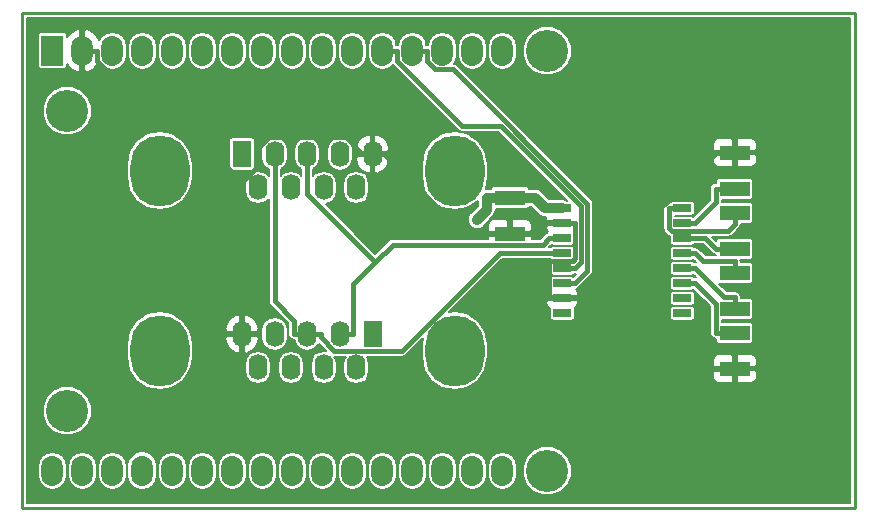
<source format=gbl>
%TF.GenerationSoftware,KiCad,Pcbnew,no-vcs-found-e2d3fce~60~ubuntu16.04.1*%
%TF.CreationDate,2017-09-19T11:14:37-04:00*%
%TF.ProjectId,rs232_interface_3x2,72733233325F696E746572666163655F,1.0*%
%TF.SameCoordinates,Original*%
%TF.FileFunction,Copper,L2,Bot,Signal*%
%TF.FilePolarity,Positive*%
%FSLAX46Y46*%
G04 Gerber Fmt 4.6, Leading zero omitted, Abs format (unit mm)*
G04 Created by KiCad (PCBNEW no-vcs-found-e2d3fce~60~ubuntu16.04.1) date Tue Sep 19 11:14:37 2017*
%MOMM*%
%LPD*%
G01*
G04 APERTURE LIST*
%TA.AperFunction,NonConductor*%
%ADD10C,0.228600*%
%TD*%
%TA.AperFunction,SMDPad,CuDef*%
%ADD11R,1.524000X0.635000*%
%TD*%
%TA.AperFunction,ComponentPad*%
%ADD12C,3.556000*%
%TD*%
%TA.AperFunction,ComponentPad*%
%ADD13O,1.854200X2.540000*%
%TD*%
%TA.AperFunction,ComponentPad*%
%ADD14R,1.854200X2.540000*%
%TD*%
%TA.AperFunction,SMDPad,CuDef*%
%ADD15R,2.540000X1.270000*%
%TD*%
%TA.AperFunction,ComponentPad*%
%ADD16O,1.600000X2.200000*%
%TD*%
%TA.AperFunction,ComponentPad*%
%ADD17R,1.600000X2.200000*%
%TD*%
%TA.AperFunction,ComponentPad*%
%ADD18O,5.000000X6.000000*%
%TD*%
%TA.AperFunction,ViaPad*%
%ADD19C,0.889000*%
%TD*%
%TA.AperFunction,Conductor*%
%ADD20C,0.406400*%
%TD*%
%TA.AperFunction,Conductor*%
%ADD21C,0.812800*%
%TD*%
%TA.AperFunction,Conductor*%
%ADD22C,0.203200*%
%TD*%
G04 APERTURE END LIST*
D10*
X156210000Y-67945000D02*
X85725000Y-67945000D01*
X156210000Y-109855000D02*
X156210000Y-67945000D01*
X85725000Y-109855000D02*
X156210000Y-109855000D01*
X85725000Y-67945000D02*
X85725000Y-109855000D01*
D11*
%TO.P,U1,16*%
%TO.N,+3V3*%
X131445000Y-84455000D03*
%TO.P,U1,15*%
%TO.N,GND*%
X131445000Y-85725000D03*
%TO.P,U1,14*%
%TO.N,/TXD*%
X131445000Y-86995000D03*
%TO.P,U1,13*%
%TO.N,/RXD*%
X131445000Y-88265000D03*
%TO.P,U1,12*%
%TO.N,/RX2*%
X131445000Y-89535000D03*
%TO.P,U1,11*%
%TO.N,/TX2*%
X131445000Y-90805000D03*
%TO.P,U1,10*%
%TO.N,GND*%
X131445000Y-92075000D03*
%TO.P,U1,9*%
%TO.N,Net-(U1-Pad9)*%
X131445000Y-93345000D03*
%TO.P,U1,8*%
%TO.N,Net-(U1-Pad8)*%
X141605000Y-93345000D03*
%TO.P,U1,7*%
%TO.N,Net-(U1-Pad7)*%
X141605000Y-92075000D03*
%TO.P,U1,6*%
%TO.N,Net-(C4-Pad1)*%
X141605000Y-90805000D03*
%TO.P,U1,5*%
%TO.N,Net-(C2-Pad2)*%
X141605000Y-89535000D03*
%TO.P,U1,4*%
%TO.N,Net-(C2-Pad1)*%
X141605000Y-88265000D03*
%TO.P,U1,3*%
%TO.N,Net-(C1-Pad2)*%
X141605000Y-86995000D03*
%TO.P,U1,2*%
%TO.N,Net-(C3-Pad1)*%
X141605000Y-85725000D03*
%TO.P,U1,1*%
%TO.N,Net-(C1-Pad1)*%
X141605000Y-84455000D03*
%TD*%
D12*
%TO.P,MDB1,*%
%TO.N,*%
X130175000Y-71120000D03*
X130175000Y-106680000D03*
X89535000Y-101600000D03*
X89535000Y-76200000D03*
D13*
%TO.P,MDB1,AREF*%
%TO.N,N/C*%
X88265000Y-106680000D03*
%TO.P,MDB1,VEE*%
X90805000Y-106680000D03*
%TO.P,MDB1,AGND*%
X93345000Y-106680000D03*
%TO.P,MDB1,3V3*%
%TO.N,+3V3*%
X95885000Y-106680000D03*
%TO.P,MDB1,23*%
%TO.N,N/C*%
X98425000Y-106680000D03*
%TO.P,MDB1,22*%
X100965000Y-106680000D03*
%TO.P,MDB1,21*%
X103505000Y-106680000D03*
%TO.P,MDB1,20*%
X106045000Y-106680000D03*
%TO.P,MDB1,19*%
X108585000Y-106680000D03*
%TO.P,MDB1,18*%
X111125000Y-106680000D03*
%TO.P,MDB1,17*%
X113665000Y-106680000D03*
%TO.P,MDB1,16*%
X116205000Y-106680000D03*
%TO.P,MDB1,15*%
X118745000Y-106680000D03*
%TO.P,MDB1,14*%
X121285000Y-106680000D03*
%TO.P,MDB1,13*%
X123825000Y-106680000D03*
%TO.P,MDB1,DAC*%
X126365000Y-106680000D03*
%TO.P,MDB1,28*%
X126365000Y-71120000D03*
%TO.P,MDB1,12*%
X123825000Y-71120000D03*
%TO.P,MDB1,11*%
X121285000Y-71120000D03*
%TO.P,MDB1,10*%
%TO.N,/TX2*%
X118745000Y-71120000D03*
%TO.P,MDB1,9*%
%TO.N,/RX2*%
X116205000Y-71120000D03*
%TO.P,MDB1,29*%
%TO.N,N/C*%
X113665000Y-71120000D03*
%TO.P,MDB1,30*%
X111125000Y-71120000D03*
%TO.P,MDB1,6*%
X108585000Y-71120000D03*
%TO.P,MDB1,5*%
X106045000Y-71120000D03*
%TO.P,MDB1,4*%
X103505000Y-71120000D03*
%TO.P,MDB1,3*%
X100965000Y-71120000D03*
%TO.P,MDB1,2*%
X98425000Y-71120000D03*
%TO.P,MDB1,25*%
X95885000Y-71120000D03*
D14*
%TO.P,MDB1,VDD*%
X88265000Y-71120000D03*
D13*
%TO.P,MDB1,24*%
X93345000Y-71120000D03*
%TO.P,MDB1,GND*%
%TO.N,GND*%
X90805000Y-71120000D03*
%TD*%
D15*
%TO.P,C1,2*%
%TO.N,Net-(C1-Pad2)*%
X146050000Y-87884000D03*
%TO.P,C1,1*%
%TO.N,Net-(C1-Pad1)*%
X146050000Y-84836000D03*
%TD*%
%TO.P,C2,1*%
%TO.N,Net-(C2-Pad1)*%
X146050000Y-89916000D03*
%TO.P,C2,2*%
%TO.N,Net-(C2-Pad2)*%
X146050000Y-92964000D03*
%TD*%
%TO.P,C3,1*%
%TO.N,Net-(C3-Pad1)*%
X146050000Y-82804000D03*
%TO.P,C3,2*%
%TO.N,GND*%
X146050000Y-79756000D03*
%TD*%
%TO.P,C4,2*%
%TO.N,GND*%
X146050000Y-98044000D03*
%TO.P,C4,1*%
%TO.N,Net-(C4-Pad1)*%
X146050000Y-94996000D03*
%TD*%
%TO.P,C5,1*%
%TO.N,+3V3*%
X127000000Y-83566000D03*
%TO.P,C5,2*%
%TO.N,GND*%
X127000000Y-86614000D03*
%TD*%
D16*
%TO.P,J1,9*%
%TO.N,N/C*%
X114010000Y-82700000D03*
%TO.P,J1,8*%
X111240000Y-82700000D03*
%TO.P,J1,7*%
X108470000Y-82700000D03*
%TO.P,J1,6*%
X105700000Y-82700000D03*
%TO.P,J1,5*%
%TO.N,GND*%
X115395000Y-79860000D03*
%TO.P,J1,4*%
%TO.N,N/C*%
X112625000Y-79860000D03*
%TO.P,J1,3*%
%TO.N,/TXD*%
X109855000Y-79860000D03*
%TO.P,J1,2*%
%TO.N,/RXD*%
X107085000Y-79860000D03*
D17*
%TO.P,J1,1*%
%TO.N,N/C*%
X104315000Y-79860000D03*
D18*
%TO.P,J1,*%
%TO.N,*%
X122347000Y-81280000D03*
X97360000Y-81280000D03*
%TD*%
D16*
%TO.P,J2,6*%
%TO.N,N/C*%
X114010000Y-97940000D03*
%TO.P,J2,7*%
X111240000Y-97940000D03*
%TO.P,J2,8*%
X108470000Y-97940000D03*
%TO.P,J2,9*%
X105700000Y-97940000D03*
D17*
%TO.P,J2,1*%
X115395000Y-95100000D03*
D16*
%TO.P,J2,2*%
%TO.N,/TXD*%
X112625000Y-95100000D03*
%TO.P,J2,3*%
%TO.N,/RXD*%
X109855000Y-95100000D03*
%TO.P,J2,4*%
%TO.N,N/C*%
X107085000Y-95100000D03*
%TO.P,J2,5*%
%TO.N,GND*%
X104315000Y-95100000D03*
D18*
%TO.P,J2,*%
%TO.N,*%
X122347000Y-96520000D03*
X97360000Y-96520000D03*
%TD*%
D19*
%TO.N,+3V3*%
X124242800Y-85429000D03*
%TD*%
D20*
%TO.N,Net-(C1-Pad2)*%
X143560800Y-86995000D02*
X141605000Y-86995000D01*
X144449800Y-87884000D02*
X143560800Y-86995000D01*
X146050000Y-87884000D02*
X144449800Y-87884000D01*
%TO.N,Net-(C1-Pad1)*%
X146050000Y-84836000D02*
X146050000Y-85801200D01*
X141605000Y-84455000D02*
X140512900Y-84455000D01*
X140512900Y-86157400D02*
X140512900Y-84455000D01*
X140703100Y-86347600D02*
X140512900Y-86157400D01*
X145503600Y-86347600D02*
X140703100Y-86347600D01*
X146050000Y-85801200D02*
X145503600Y-86347600D01*
%TO.N,Net-(C2-Pad1)*%
X143383000Y-88950800D02*
X142697200Y-88265000D01*
X146050000Y-88950800D02*
X143383000Y-88950800D01*
X146050000Y-89916000D02*
X146050000Y-88950800D01*
X141605000Y-88265000D02*
X142697200Y-88265000D01*
%TO.N,Net-(C2-Pad2)*%
X145161000Y-91998800D02*
X142697200Y-89535000D01*
X146050000Y-91998800D02*
X145161000Y-91998800D01*
X146050000Y-92964000D02*
X146050000Y-91998800D01*
X141605000Y-89535000D02*
X142697200Y-89535000D01*
%TO.N,Net-(C3-Pad1)*%
X144449800Y-83972400D02*
X142697200Y-85725000D01*
X144449800Y-82804000D02*
X144449800Y-83972400D01*
X146050000Y-82804000D02*
X144449800Y-82804000D01*
X141605000Y-85725000D02*
X142697200Y-85725000D01*
%TO.N,GND*%
X127000000Y-86614000D02*
X128600200Y-86614000D01*
X131445000Y-92075000D02*
X136259800Y-92075000D01*
X136259800Y-87919000D02*
X136259800Y-92075000D01*
X144422800Y-79756000D02*
X136259800Y-87919000D01*
X146050000Y-79756000D02*
X144422800Y-79756000D01*
X142228800Y-98044000D02*
X146050000Y-98044000D01*
X136259800Y-92075000D02*
X142228800Y-98044000D01*
X123137900Y-86614000D02*
X127000000Y-86614000D01*
X116525200Y-80001300D02*
X123137900Y-86614000D01*
X116525200Y-79860000D02*
X116525200Y-80001300D01*
X115395000Y-79860000D02*
X116525200Y-79860000D01*
X115395000Y-79860000D02*
X114264800Y-79860000D01*
X90805000Y-71120000D02*
X92062300Y-71120000D01*
X92062300Y-71983900D02*
X92062300Y-71120000D01*
X92887500Y-72809100D02*
X92062300Y-71983900D01*
X94902400Y-72809100D02*
X92887500Y-72809100D01*
X104315000Y-82221700D02*
X94902400Y-72809100D01*
X104315000Y-95100000D02*
X104315000Y-82221700D01*
X114264800Y-79571900D02*
X114264800Y-79860000D01*
X113120800Y-78427900D02*
X114264800Y-79571900D01*
X106595800Y-78427900D02*
X113120800Y-78427900D01*
X105520200Y-79503500D02*
X106595800Y-78427900D01*
X105520200Y-81016500D02*
X105520200Y-79503500D01*
X104315000Y-82221700D02*
X105520200Y-81016500D01*
X129489200Y-85725000D02*
X131445000Y-85725000D01*
X128600200Y-86614000D02*
X129489200Y-85725000D01*
X130352800Y-89036000D02*
X130352800Y-92075000D01*
X130501100Y-88887700D02*
X130352800Y-89036000D01*
X132350900Y-88887700D02*
X130501100Y-88887700D01*
X132537200Y-88701400D02*
X132350900Y-88887700D01*
X132537200Y-85725000D02*
X132537200Y-88701400D01*
X131445000Y-85725000D02*
X132537200Y-85725000D01*
X131445000Y-92075000D02*
X130352800Y-92075000D01*
%TO.N,Net-(C4-Pad1)*%
X144449800Y-92557600D02*
X142697200Y-90805000D01*
X144449800Y-94996000D02*
X144449800Y-92557600D01*
X146050000Y-94996000D02*
X144449800Y-94996000D01*
X141605000Y-90805000D02*
X142697200Y-90805000D01*
D21*
%TO.N,+3V3*%
X129133300Y-83566000D02*
X130022300Y-84455000D01*
X127000000Y-83566000D02*
X129133300Y-83566000D01*
X131445000Y-84455000D02*
X130022300Y-84455000D01*
X125069300Y-84602500D02*
X125069300Y-83566000D01*
X124242800Y-85429000D02*
X125069300Y-84602500D01*
X127000000Y-83566000D02*
X125069300Y-83566000D01*
D20*
%TO.N,/TX2*%
X118745000Y-71120000D02*
X120002300Y-71120000D01*
X131445000Y-90805000D02*
X132537200Y-90805000D01*
X120002300Y-71984400D02*
X120002300Y-71120000D01*
X120713100Y-72695200D02*
X120002300Y-71984400D01*
X122176100Y-72695200D02*
X120713100Y-72695200D01*
X133553900Y-84073000D02*
X122176100Y-72695200D01*
X133553900Y-89788300D02*
X133553900Y-84073000D01*
X132537200Y-90805000D02*
X133553900Y-89788300D01*
%TO.N,/RX2*%
X133045600Y-89026600D02*
X132537200Y-89535000D01*
X133045600Y-84283700D02*
X133045600Y-89026600D01*
X126226800Y-77464900D02*
X133045600Y-84283700D01*
X122942800Y-77464900D02*
X126226800Y-77464900D01*
X117462300Y-71984400D02*
X122942800Y-77464900D01*
X117462300Y-71120000D02*
X117462300Y-71984400D01*
X116205000Y-71120000D02*
X117462300Y-71120000D01*
X131445000Y-89535000D02*
X132537200Y-89535000D01*
%TO.N,/TXD*%
X112625000Y-95100000D02*
X113755200Y-95100000D01*
X131445000Y-86995000D02*
X130352800Y-86995000D01*
X109855000Y-83256700D02*
X109855000Y-79860000D01*
X115626800Y-89028400D02*
X109855000Y-83256700D01*
X113755200Y-90900000D02*
X115626800Y-89028400D01*
X113755200Y-95100000D02*
X113755200Y-90900000D01*
X129775000Y-87572800D02*
X130352800Y-86995000D01*
X117082400Y-87572800D02*
X129775000Y-87572800D01*
X115626800Y-89028400D02*
X117082400Y-87572800D01*
%TO.N,/RXD*%
X107085000Y-92330000D02*
X107085000Y-79860000D01*
X108724800Y-93969800D02*
X107085000Y-92330000D01*
X108724800Y-95100000D02*
X108724800Y-93969800D01*
X109855000Y-95100000D02*
X108724800Y-95100000D01*
X110985200Y-95388200D02*
X110985200Y-95100000D01*
X112117100Y-96520100D02*
X110985200Y-95388200D01*
X117879000Y-96520100D02*
X112117100Y-96520100D01*
X126134100Y-88265000D02*
X117879000Y-96520100D01*
X131445000Y-88265000D02*
X126134100Y-88265000D01*
X109855000Y-95100000D02*
X110985200Y-95100000D01*
%TD*%
D22*
%TO.N,GND*%
G36*
X155790900Y-109435900D02*
X86144100Y-109435900D01*
X86144100Y-106306248D01*
X87033100Y-106306248D01*
X87033100Y-107053752D01*
X87126873Y-107525180D01*
X87393915Y-107924837D01*
X87793572Y-108191879D01*
X88265000Y-108285652D01*
X88736428Y-108191879D01*
X89136085Y-107924837D01*
X89403127Y-107525180D01*
X89496900Y-107053752D01*
X89496900Y-106306248D01*
X89573100Y-106306248D01*
X89573100Y-107053752D01*
X89666873Y-107525180D01*
X89933915Y-107924837D01*
X90333572Y-108191879D01*
X90805000Y-108285652D01*
X91276428Y-108191879D01*
X91676085Y-107924837D01*
X91943127Y-107525180D01*
X92036900Y-107053752D01*
X92036900Y-106306248D01*
X92113100Y-106306248D01*
X92113100Y-107053752D01*
X92206873Y-107525180D01*
X92473915Y-107924837D01*
X92873572Y-108191879D01*
X93345000Y-108285652D01*
X93816428Y-108191879D01*
X94216085Y-107924837D01*
X94483127Y-107525180D01*
X94576900Y-107053752D01*
X94576900Y-106306248D01*
X94576703Y-106305253D01*
X94602300Y-106305253D01*
X94602300Y-107054747D01*
X94699940Y-107545615D01*
X94977994Y-107961753D01*
X95394132Y-108239807D01*
X95885000Y-108337447D01*
X96375868Y-108239807D01*
X96792006Y-107961753D01*
X97070060Y-107545615D01*
X97167700Y-107054747D01*
X97167700Y-106306248D01*
X97193100Y-106306248D01*
X97193100Y-107053752D01*
X97286873Y-107525180D01*
X97553915Y-107924837D01*
X97953572Y-108191879D01*
X98425000Y-108285652D01*
X98896428Y-108191879D01*
X99296085Y-107924837D01*
X99563127Y-107525180D01*
X99656900Y-107053752D01*
X99656900Y-106306248D01*
X99733100Y-106306248D01*
X99733100Y-107053752D01*
X99826873Y-107525180D01*
X100093915Y-107924837D01*
X100493572Y-108191879D01*
X100965000Y-108285652D01*
X101436428Y-108191879D01*
X101836085Y-107924837D01*
X102103127Y-107525180D01*
X102196900Y-107053752D01*
X102196900Y-106306248D01*
X102273100Y-106306248D01*
X102273100Y-107053752D01*
X102366873Y-107525180D01*
X102633915Y-107924837D01*
X103033572Y-108191879D01*
X103505000Y-108285652D01*
X103976428Y-108191879D01*
X104376085Y-107924837D01*
X104643127Y-107525180D01*
X104736900Y-107053752D01*
X104736900Y-106306248D01*
X104813100Y-106306248D01*
X104813100Y-107053752D01*
X104906873Y-107525180D01*
X105173915Y-107924837D01*
X105573572Y-108191879D01*
X106045000Y-108285652D01*
X106516428Y-108191879D01*
X106916085Y-107924837D01*
X107183127Y-107525180D01*
X107276900Y-107053752D01*
X107276900Y-106306248D01*
X107353100Y-106306248D01*
X107353100Y-107053752D01*
X107446873Y-107525180D01*
X107713915Y-107924837D01*
X108113572Y-108191879D01*
X108585000Y-108285652D01*
X109056428Y-108191879D01*
X109456085Y-107924837D01*
X109723127Y-107525180D01*
X109816900Y-107053752D01*
X109816900Y-106306248D01*
X109893100Y-106306248D01*
X109893100Y-107053752D01*
X109986873Y-107525180D01*
X110253915Y-107924837D01*
X110653572Y-108191879D01*
X111125000Y-108285652D01*
X111596428Y-108191879D01*
X111996085Y-107924837D01*
X112263127Y-107525180D01*
X112356900Y-107053752D01*
X112356900Y-106306248D01*
X112433100Y-106306248D01*
X112433100Y-107053752D01*
X112526873Y-107525180D01*
X112793915Y-107924837D01*
X113193572Y-108191879D01*
X113665000Y-108285652D01*
X114136428Y-108191879D01*
X114536085Y-107924837D01*
X114803127Y-107525180D01*
X114896900Y-107053752D01*
X114896900Y-106306248D01*
X114973100Y-106306248D01*
X114973100Y-107053752D01*
X115066873Y-107525180D01*
X115333915Y-107924837D01*
X115733572Y-108191879D01*
X116205000Y-108285652D01*
X116676428Y-108191879D01*
X117076085Y-107924837D01*
X117343127Y-107525180D01*
X117436900Y-107053752D01*
X117436900Y-106306248D01*
X117513100Y-106306248D01*
X117513100Y-107053752D01*
X117606873Y-107525180D01*
X117873915Y-107924837D01*
X118273572Y-108191879D01*
X118745000Y-108285652D01*
X119216428Y-108191879D01*
X119616085Y-107924837D01*
X119883127Y-107525180D01*
X119976900Y-107053752D01*
X119976900Y-106306248D01*
X120053100Y-106306248D01*
X120053100Y-107053752D01*
X120146873Y-107525180D01*
X120413915Y-107924837D01*
X120813572Y-108191879D01*
X121285000Y-108285652D01*
X121756428Y-108191879D01*
X122156085Y-107924837D01*
X122423127Y-107525180D01*
X122516900Y-107053752D01*
X122516900Y-106306248D01*
X122593100Y-106306248D01*
X122593100Y-107053752D01*
X122686873Y-107525180D01*
X122953915Y-107924837D01*
X123353572Y-108191879D01*
X123825000Y-108285652D01*
X124296428Y-108191879D01*
X124696085Y-107924837D01*
X124963127Y-107525180D01*
X125056900Y-107053752D01*
X125056900Y-106306248D01*
X125133100Y-106306248D01*
X125133100Y-107053752D01*
X125226873Y-107525180D01*
X125493915Y-107924837D01*
X125893572Y-108191879D01*
X126365000Y-108285652D01*
X126836428Y-108191879D01*
X127236085Y-107924837D01*
X127503127Y-107525180D01*
X127589197Y-107092477D01*
X128091840Y-107092477D01*
X128408259Y-107858270D01*
X128993648Y-108444682D01*
X129758888Y-108762437D01*
X130587477Y-108763160D01*
X131353270Y-108446741D01*
X131939682Y-107861352D01*
X132257437Y-107096112D01*
X132258160Y-106267523D01*
X131941741Y-105501730D01*
X131356352Y-104915318D01*
X130591112Y-104597563D01*
X129762523Y-104596840D01*
X128996730Y-104913259D01*
X128410318Y-105498648D01*
X128092563Y-106263888D01*
X128091840Y-107092477D01*
X127589197Y-107092477D01*
X127596900Y-107053752D01*
X127596900Y-106306248D01*
X127503127Y-105834820D01*
X127236085Y-105435163D01*
X126836428Y-105168121D01*
X126365000Y-105074348D01*
X125893572Y-105168121D01*
X125493915Y-105435163D01*
X125226873Y-105834820D01*
X125133100Y-106306248D01*
X125056900Y-106306248D01*
X124963127Y-105834820D01*
X124696085Y-105435163D01*
X124296428Y-105168121D01*
X123825000Y-105074348D01*
X123353572Y-105168121D01*
X122953915Y-105435163D01*
X122686873Y-105834820D01*
X122593100Y-106306248D01*
X122516900Y-106306248D01*
X122423127Y-105834820D01*
X122156085Y-105435163D01*
X121756428Y-105168121D01*
X121285000Y-105074348D01*
X120813572Y-105168121D01*
X120413915Y-105435163D01*
X120146873Y-105834820D01*
X120053100Y-106306248D01*
X119976900Y-106306248D01*
X119883127Y-105834820D01*
X119616085Y-105435163D01*
X119216428Y-105168121D01*
X118745000Y-105074348D01*
X118273572Y-105168121D01*
X117873915Y-105435163D01*
X117606873Y-105834820D01*
X117513100Y-106306248D01*
X117436900Y-106306248D01*
X117343127Y-105834820D01*
X117076085Y-105435163D01*
X116676428Y-105168121D01*
X116205000Y-105074348D01*
X115733572Y-105168121D01*
X115333915Y-105435163D01*
X115066873Y-105834820D01*
X114973100Y-106306248D01*
X114896900Y-106306248D01*
X114803127Y-105834820D01*
X114536085Y-105435163D01*
X114136428Y-105168121D01*
X113665000Y-105074348D01*
X113193572Y-105168121D01*
X112793915Y-105435163D01*
X112526873Y-105834820D01*
X112433100Y-106306248D01*
X112356900Y-106306248D01*
X112263127Y-105834820D01*
X111996085Y-105435163D01*
X111596428Y-105168121D01*
X111125000Y-105074348D01*
X110653572Y-105168121D01*
X110253915Y-105435163D01*
X109986873Y-105834820D01*
X109893100Y-106306248D01*
X109816900Y-106306248D01*
X109723127Y-105834820D01*
X109456085Y-105435163D01*
X109056428Y-105168121D01*
X108585000Y-105074348D01*
X108113572Y-105168121D01*
X107713915Y-105435163D01*
X107446873Y-105834820D01*
X107353100Y-106306248D01*
X107276900Y-106306248D01*
X107183127Y-105834820D01*
X106916085Y-105435163D01*
X106516428Y-105168121D01*
X106045000Y-105074348D01*
X105573572Y-105168121D01*
X105173915Y-105435163D01*
X104906873Y-105834820D01*
X104813100Y-106306248D01*
X104736900Y-106306248D01*
X104643127Y-105834820D01*
X104376085Y-105435163D01*
X103976428Y-105168121D01*
X103505000Y-105074348D01*
X103033572Y-105168121D01*
X102633915Y-105435163D01*
X102366873Y-105834820D01*
X102273100Y-106306248D01*
X102196900Y-106306248D01*
X102103127Y-105834820D01*
X101836085Y-105435163D01*
X101436428Y-105168121D01*
X100965000Y-105074348D01*
X100493572Y-105168121D01*
X100093915Y-105435163D01*
X99826873Y-105834820D01*
X99733100Y-106306248D01*
X99656900Y-106306248D01*
X99563127Y-105834820D01*
X99296085Y-105435163D01*
X98896428Y-105168121D01*
X98425000Y-105074348D01*
X97953572Y-105168121D01*
X97553915Y-105435163D01*
X97286873Y-105834820D01*
X97193100Y-106306248D01*
X97167700Y-106306248D01*
X97167700Y-106305253D01*
X97070060Y-105814385D01*
X96792006Y-105398247D01*
X96375868Y-105120193D01*
X95885000Y-105022553D01*
X95394132Y-105120193D01*
X94977994Y-105398247D01*
X94699940Y-105814385D01*
X94602300Y-106305253D01*
X94576703Y-106305253D01*
X94483127Y-105834820D01*
X94216085Y-105435163D01*
X93816428Y-105168121D01*
X93345000Y-105074348D01*
X92873572Y-105168121D01*
X92473915Y-105435163D01*
X92206873Y-105834820D01*
X92113100Y-106306248D01*
X92036900Y-106306248D01*
X91943127Y-105834820D01*
X91676085Y-105435163D01*
X91276428Y-105168121D01*
X90805000Y-105074348D01*
X90333572Y-105168121D01*
X89933915Y-105435163D01*
X89666873Y-105834820D01*
X89573100Y-106306248D01*
X89496900Y-106306248D01*
X89403127Y-105834820D01*
X89136085Y-105435163D01*
X88736428Y-105168121D01*
X88265000Y-105074348D01*
X87793572Y-105168121D01*
X87393915Y-105435163D01*
X87126873Y-105834820D01*
X87033100Y-106306248D01*
X86144100Y-106306248D01*
X86144100Y-102012477D01*
X87451840Y-102012477D01*
X87768259Y-102778270D01*
X88353648Y-103364682D01*
X89118888Y-103682437D01*
X89947477Y-103683160D01*
X90713270Y-103366741D01*
X91299682Y-102781352D01*
X91617437Y-102016112D01*
X91618160Y-101187523D01*
X91301741Y-100421730D01*
X90716352Y-99835318D01*
X89951112Y-99517563D01*
X89122523Y-99516840D01*
X88356730Y-99833259D01*
X87770318Y-100418648D01*
X87452563Y-101183888D01*
X87451840Y-102012477D01*
X86144100Y-102012477D01*
X86144100Y-95955255D01*
X94555200Y-95955255D01*
X94555200Y-97084745D01*
X94768703Y-98158095D01*
X95376707Y-99068038D01*
X96286650Y-99676042D01*
X97360000Y-99889545D01*
X98433350Y-99676042D01*
X99343293Y-99068038D01*
X99951297Y-98158095D01*
X100059827Y-97612478D01*
X104595200Y-97612478D01*
X104595200Y-98267522D01*
X104679298Y-98690311D01*
X104918788Y-99048734D01*
X105277211Y-99288224D01*
X105700000Y-99372322D01*
X106122789Y-99288224D01*
X106481212Y-99048734D01*
X106720702Y-98690311D01*
X106804800Y-98267522D01*
X106804800Y-97612478D01*
X107365200Y-97612478D01*
X107365200Y-98267522D01*
X107449298Y-98690311D01*
X107688788Y-99048734D01*
X108047211Y-99288224D01*
X108470000Y-99372322D01*
X108892789Y-99288224D01*
X109251212Y-99048734D01*
X109490702Y-98690311D01*
X109574800Y-98267522D01*
X109574800Y-97612478D01*
X109490702Y-97189689D01*
X109251212Y-96831266D01*
X108892789Y-96591776D01*
X108470000Y-96507678D01*
X108047211Y-96591776D01*
X107688788Y-96831266D01*
X107449298Y-97189689D01*
X107365200Y-97612478D01*
X106804800Y-97612478D01*
X106720702Y-97189689D01*
X106481212Y-96831266D01*
X106122789Y-96591776D01*
X105700000Y-96507678D01*
X105277211Y-96591776D01*
X104918788Y-96831266D01*
X104679298Y-97189689D01*
X104595200Y-97612478D01*
X100059827Y-97612478D01*
X100164800Y-97084745D01*
X100164800Y-95955255D01*
X100069465Y-95475970D01*
X102891818Y-95475970D01*
X103029224Y-96014815D01*
X103362377Y-96460060D01*
X103840559Y-96743921D01*
X103945259Y-96760244D01*
X104162600Y-96647929D01*
X104162600Y-95252400D01*
X104467400Y-95252400D01*
X104467400Y-96647929D01*
X104684741Y-96760244D01*
X104789441Y-96743921D01*
X105267623Y-96460060D01*
X105600776Y-96014815D01*
X105738182Y-95475970D01*
X105580145Y-95252400D01*
X104467400Y-95252400D01*
X104162600Y-95252400D01*
X103049855Y-95252400D01*
X102891818Y-95475970D01*
X100069465Y-95475970D01*
X99951297Y-94881905D01*
X99845809Y-94724030D01*
X102891818Y-94724030D01*
X103049855Y-94947600D01*
X104162600Y-94947600D01*
X104162600Y-93552071D01*
X104467400Y-93552071D01*
X104467400Y-94947600D01*
X105580145Y-94947600D01*
X105703935Y-94772478D01*
X105980200Y-94772478D01*
X105980200Y-95427522D01*
X106064298Y-95850311D01*
X106303788Y-96208734D01*
X106662211Y-96448224D01*
X107085000Y-96532322D01*
X107507789Y-96448224D01*
X107866212Y-96208734D01*
X108105702Y-95850311D01*
X108189800Y-95427522D01*
X108189800Y-94772478D01*
X108105702Y-94349689D01*
X107866212Y-93991266D01*
X107507789Y-93751776D01*
X107085000Y-93667678D01*
X106662211Y-93751776D01*
X106303788Y-93991266D01*
X106064298Y-94349689D01*
X105980200Y-94772478D01*
X105703935Y-94772478D01*
X105738182Y-94724030D01*
X105600776Y-94185185D01*
X105267623Y-93739940D01*
X104789441Y-93456079D01*
X104684741Y-93439756D01*
X104467400Y-93552071D01*
X104162600Y-93552071D01*
X103945259Y-93439756D01*
X103840559Y-93456079D01*
X103362377Y-93739940D01*
X103029224Y-94185185D01*
X102891818Y-94724030D01*
X99845809Y-94724030D01*
X99343293Y-93971962D01*
X98433350Y-93363958D01*
X97360000Y-93150455D01*
X96286650Y-93363958D01*
X95376707Y-93971962D01*
X94768703Y-94881905D01*
X94555200Y-95955255D01*
X86144100Y-95955255D01*
X86144100Y-80715255D01*
X94555200Y-80715255D01*
X94555200Y-81844745D01*
X94768703Y-82918095D01*
X95376707Y-83828038D01*
X96286650Y-84436042D01*
X97360000Y-84649545D01*
X98433350Y-84436042D01*
X99343293Y-83828038D01*
X99951297Y-82918095D01*
X100059827Y-82372478D01*
X104595200Y-82372478D01*
X104595200Y-83027522D01*
X104679298Y-83450311D01*
X104918788Y-83808734D01*
X105277211Y-84048224D01*
X105700000Y-84132322D01*
X106122789Y-84048224D01*
X106481212Y-83808734D01*
X106577000Y-83665377D01*
X106577000Y-92330000D01*
X106615669Y-92524403D01*
X106725790Y-92689210D01*
X108216800Y-94180221D01*
X108216800Y-95100000D01*
X108255469Y-95294403D01*
X108365590Y-95459210D01*
X108530397Y-95569331D01*
X108724800Y-95608000D01*
X108786099Y-95608000D01*
X108834298Y-95850311D01*
X109073788Y-96208734D01*
X109432211Y-96448224D01*
X109855000Y-96532322D01*
X110277789Y-96448224D01*
X110636212Y-96208734D01*
X110816898Y-95938318D01*
X111422574Y-96543994D01*
X111240000Y-96507678D01*
X110817211Y-96591776D01*
X110458788Y-96831266D01*
X110219298Y-97189689D01*
X110135200Y-97612478D01*
X110135200Y-98267522D01*
X110219298Y-98690311D01*
X110458788Y-99048734D01*
X110817211Y-99288224D01*
X111240000Y-99372322D01*
X111662789Y-99288224D01*
X112021212Y-99048734D01*
X112260702Y-98690311D01*
X112344800Y-98267522D01*
X112344800Y-97612478D01*
X112260702Y-97189689D01*
X112152732Y-97028100D01*
X113097268Y-97028100D01*
X112989298Y-97189689D01*
X112905200Y-97612478D01*
X112905200Y-98267522D01*
X112989298Y-98690311D01*
X113228788Y-99048734D01*
X113587211Y-99288224D01*
X114010000Y-99372322D01*
X114432789Y-99288224D01*
X114791212Y-99048734D01*
X115030702Y-98690311D01*
X115114800Y-98267522D01*
X115114800Y-97612478D01*
X115030702Y-97189689D01*
X114922732Y-97028100D01*
X117879000Y-97028100D01*
X118073403Y-96989431D01*
X118238210Y-96879310D01*
X119636539Y-95480981D01*
X119542200Y-95955255D01*
X119542200Y-97084745D01*
X119755703Y-98158095D01*
X120363707Y-99068038D01*
X121273650Y-99676042D01*
X122347000Y-99889545D01*
X123420350Y-99676042D01*
X124330293Y-99068038D01*
X124810872Y-98348800D01*
X144170400Y-98348800D01*
X144170400Y-98800257D01*
X144263206Y-99024311D01*
X144434689Y-99195794D01*
X144658743Y-99288600D01*
X145745200Y-99288600D01*
X145897600Y-99136200D01*
X145897600Y-98196400D01*
X146202400Y-98196400D01*
X146202400Y-99136200D01*
X146354800Y-99288600D01*
X147441257Y-99288600D01*
X147665311Y-99195794D01*
X147836794Y-99024311D01*
X147929600Y-98800257D01*
X147929600Y-98348800D01*
X147777200Y-98196400D01*
X146202400Y-98196400D01*
X145897600Y-98196400D01*
X144322800Y-98196400D01*
X144170400Y-98348800D01*
X124810872Y-98348800D01*
X124938297Y-98158095D01*
X125111421Y-97287743D01*
X144170400Y-97287743D01*
X144170400Y-97739200D01*
X144322800Y-97891600D01*
X145897600Y-97891600D01*
X145897600Y-96951800D01*
X146202400Y-96951800D01*
X146202400Y-97891600D01*
X147777200Y-97891600D01*
X147929600Y-97739200D01*
X147929600Y-97287743D01*
X147836794Y-97063689D01*
X147665311Y-96892206D01*
X147441257Y-96799400D01*
X146354800Y-96799400D01*
X146202400Y-96951800D01*
X145897600Y-96951800D01*
X145745200Y-96799400D01*
X144658743Y-96799400D01*
X144434689Y-96892206D01*
X144263206Y-97063689D01*
X144170400Y-97287743D01*
X125111421Y-97287743D01*
X125151800Y-97084745D01*
X125151800Y-95955255D01*
X124938297Y-94881905D01*
X124330293Y-93971962D01*
X123420350Y-93363958D01*
X122347000Y-93150455D01*
X121872726Y-93244794D01*
X122737720Y-92379800D01*
X130073400Y-92379800D01*
X130073400Y-92513757D01*
X130166206Y-92737811D01*
X130337689Y-92909294D01*
X130391323Y-92931510D01*
X130372229Y-93027500D01*
X130372229Y-93662500D01*
X130395885Y-93781427D01*
X130463252Y-93882248D01*
X130564073Y-93949615D01*
X130683000Y-93973271D01*
X132207000Y-93973271D01*
X132325927Y-93949615D01*
X132426748Y-93882248D01*
X132494115Y-93781427D01*
X132517771Y-93662500D01*
X132517771Y-93027500D01*
X140532229Y-93027500D01*
X140532229Y-93662500D01*
X140555885Y-93781427D01*
X140623252Y-93882248D01*
X140724073Y-93949615D01*
X140843000Y-93973271D01*
X142367000Y-93973271D01*
X142485927Y-93949615D01*
X142586748Y-93882248D01*
X142654115Y-93781427D01*
X142677771Y-93662500D01*
X142677771Y-93027500D01*
X142654115Y-92908573D01*
X142586748Y-92807752D01*
X142485927Y-92740385D01*
X142367000Y-92716729D01*
X140843000Y-92716729D01*
X140724073Y-92740385D01*
X140623252Y-92807752D01*
X140555885Y-92908573D01*
X140532229Y-93027500D01*
X132517771Y-93027500D01*
X132498677Y-92931510D01*
X132552311Y-92909294D01*
X132723794Y-92737811D01*
X132816600Y-92513757D01*
X132816600Y-92379800D01*
X132664200Y-92227400D01*
X131597400Y-92227400D01*
X131597400Y-92247400D01*
X131292600Y-92247400D01*
X131292600Y-92227400D01*
X130225800Y-92227400D01*
X130073400Y-92379800D01*
X122737720Y-92379800D01*
X126344521Y-88773000D01*
X130443709Y-88773000D01*
X130463252Y-88802248D01*
X130564073Y-88869615D01*
X130683000Y-88893271D01*
X132207000Y-88893271D01*
X132325927Y-88869615D01*
X132426748Y-88802248D01*
X132494115Y-88701427D01*
X132517771Y-88582500D01*
X132517771Y-87947500D01*
X132494115Y-87828573D01*
X132426748Y-87727752D01*
X132325927Y-87660385D01*
X132207000Y-87636729D01*
X130683000Y-87636729D01*
X130564073Y-87660385D01*
X130463252Y-87727752D01*
X130443709Y-87757000D01*
X130309220Y-87757000D01*
X130505646Y-87560575D01*
X130564073Y-87599615D01*
X130683000Y-87623271D01*
X132207000Y-87623271D01*
X132325927Y-87599615D01*
X132426748Y-87532248D01*
X132494115Y-87431427D01*
X132517771Y-87312500D01*
X132517771Y-86677500D01*
X132498677Y-86581510D01*
X132537600Y-86565387D01*
X132537600Y-88816180D01*
X132384355Y-88969425D01*
X132325927Y-88930385D01*
X132207000Y-88906729D01*
X130683000Y-88906729D01*
X130564073Y-88930385D01*
X130463252Y-88997752D01*
X130395885Y-89098573D01*
X130372229Y-89217500D01*
X130372229Y-89852500D01*
X130395885Y-89971427D01*
X130463252Y-90072248D01*
X130564073Y-90139615D01*
X130683000Y-90163271D01*
X132207000Y-90163271D01*
X132325927Y-90139615D01*
X132426748Y-90072248D01*
X132446291Y-90043000D01*
X132537200Y-90043000D01*
X132591601Y-90032179D01*
X132384355Y-90239425D01*
X132325927Y-90200385D01*
X132207000Y-90176729D01*
X130683000Y-90176729D01*
X130564073Y-90200385D01*
X130463252Y-90267752D01*
X130395885Y-90368573D01*
X130372229Y-90487500D01*
X130372229Y-91122500D01*
X130391323Y-91218490D01*
X130337689Y-91240706D01*
X130166206Y-91412189D01*
X130073400Y-91636243D01*
X130073400Y-91770200D01*
X130225800Y-91922600D01*
X131292600Y-91922600D01*
X131292600Y-91902600D01*
X131597400Y-91902600D01*
X131597400Y-91922600D01*
X132664200Y-91922600D01*
X132816600Y-91770200D01*
X132816600Y-91757500D01*
X140532229Y-91757500D01*
X140532229Y-92392500D01*
X140555885Y-92511427D01*
X140623252Y-92612248D01*
X140724073Y-92679615D01*
X140843000Y-92703271D01*
X142367000Y-92703271D01*
X142485927Y-92679615D01*
X142586748Y-92612248D01*
X142654115Y-92511427D01*
X142677771Y-92392500D01*
X142677771Y-91757500D01*
X142654115Y-91638573D01*
X142586748Y-91537752D01*
X142485927Y-91470385D01*
X142367000Y-91446729D01*
X140843000Y-91446729D01*
X140724073Y-91470385D01*
X140623252Y-91537752D01*
X140555885Y-91638573D01*
X140532229Y-91757500D01*
X132816600Y-91757500D01*
X132816600Y-91636243D01*
X132723794Y-91412189D01*
X132610104Y-91298499D01*
X132731603Y-91274331D01*
X132896410Y-91164210D01*
X133913110Y-90147510D01*
X134023231Y-89982703D01*
X134061900Y-89788300D01*
X134061900Y-84455000D01*
X140004900Y-84455000D01*
X140004900Y-86157400D01*
X140043569Y-86351803D01*
X140153690Y-86516610D01*
X140343889Y-86706810D01*
X140508696Y-86816931D01*
X140532229Y-86821612D01*
X140532229Y-87312500D01*
X140555885Y-87431427D01*
X140623252Y-87532248D01*
X140724073Y-87599615D01*
X140843000Y-87623271D01*
X142367000Y-87623271D01*
X142485927Y-87599615D01*
X142586748Y-87532248D01*
X142606291Y-87503000D01*
X143350380Y-87503000D01*
X144090590Y-88243210D01*
X144255397Y-88353331D01*
X144449800Y-88392000D01*
X144469229Y-88392000D01*
X144469229Y-88442800D01*
X143593420Y-88442800D01*
X143056410Y-87905790D01*
X142891603Y-87795669D01*
X142697200Y-87757000D01*
X142606291Y-87757000D01*
X142586748Y-87727752D01*
X142485927Y-87660385D01*
X142367000Y-87636729D01*
X140843000Y-87636729D01*
X140724073Y-87660385D01*
X140623252Y-87727752D01*
X140555885Y-87828573D01*
X140532229Y-87947500D01*
X140532229Y-88582500D01*
X140555885Y-88701427D01*
X140623252Y-88802248D01*
X140724073Y-88869615D01*
X140843000Y-88893271D01*
X142367000Y-88893271D01*
X142485927Y-88869615D01*
X142544355Y-88830575D01*
X142751601Y-89037821D01*
X142697200Y-89027000D01*
X142606291Y-89027000D01*
X142586748Y-88997752D01*
X142485927Y-88930385D01*
X142367000Y-88906729D01*
X140843000Y-88906729D01*
X140724073Y-88930385D01*
X140623252Y-88997752D01*
X140555885Y-89098573D01*
X140532229Y-89217500D01*
X140532229Y-89852500D01*
X140555885Y-89971427D01*
X140623252Y-90072248D01*
X140724073Y-90139615D01*
X140843000Y-90163271D01*
X142367000Y-90163271D01*
X142485927Y-90139615D01*
X142544355Y-90100575D01*
X142751601Y-90307821D01*
X142697200Y-90297000D01*
X142606291Y-90297000D01*
X142586748Y-90267752D01*
X142485927Y-90200385D01*
X142367000Y-90176729D01*
X140843000Y-90176729D01*
X140724073Y-90200385D01*
X140623252Y-90267752D01*
X140555885Y-90368573D01*
X140532229Y-90487500D01*
X140532229Y-91122500D01*
X140555885Y-91241427D01*
X140623252Y-91342248D01*
X140724073Y-91409615D01*
X140843000Y-91433271D01*
X142367000Y-91433271D01*
X142485927Y-91409615D01*
X142544355Y-91370575D01*
X143941800Y-92768020D01*
X143941800Y-94996000D01*
X143980469Y-95190403D01*
X144090590Y-95355210D01*
X144255397Y-95465331D01*
X144449800Y-95504000D01*
X144469229Y-95504000D01*
X144469229Y-95631000D01*
X144492885Y-95749927D01*
X144560252Y-95850748D01*
X144661073Y-95918115D01*
X144780000Y-95941771D01*
X147320000Y-95941771D01*
X147438927Y-95918115D01*
X147539748Y-95850748D01*
X147607115Y-95749927D01*
X147630771Y-95631000D01*
X147630771Y-94361000D01*
X147607115Y-94242073D01*
X147539748Y-94141252D01*
X147438927Y-94073885D01*
X147320000Y-94050229D01*
X144957800Y-94050229D01*
X144957800Y-93909771D01*
X147320000Y-93909771D01*
X147438927Y-93886115D01*
X147539748Y-93818748D01*
X147607115Y-93717927D01*
X147630771Y-93599000D01*
X147630771Y-92329000D01*
X147607115Y-92210073D01*
X147539748Y-92109252D01*
X147438927Y-92041885D01*
X147320000Y-92018229D01*
X146558000Y-92018229D01*
X146558000Y-91998800D01*
X146519331Y-91804397D01*
X146409210Y-91639590D01*
X146244403Y-91529469D01*
X146050000Y-91490800D01*
X145371421Y-91490800D01*
X144733053Y-90852433D01*
X144780000Y-90861771D01*
X147320000Y-90861771D01*
X147438927Y-90838115D01*
X147539748Y-90770748D01*
X147607115Y-90669927D01*
X147630771Y-90551000D01*
X147630771Y-89281000D01*
X147607115Y-89162073D01*
X147539748Y-89061252D01*
X147438927Y-88993885D01*
X147320000Y-88970229D01*
X146558000Y-88970229D01*
X146558000Y-88950800D01*
X146533926Y-88829771D01*
X147320000Y-88829771D01*
X147438927Y-88806115D01*
X147539748Y-88738748D01*
X147607115Y-88637927D01*
X147630771Y-88519000D01*
X147630771Y-87249000D01*
X147607115Y-87130073D01*
X147539748Y-87029252D01*
X147438927Y-86961885D01*
X147320000Y-86938229D01*
X144780000Y-86938229D01*
X144661073Y-86961885D01*
X144560252Y-87029252D01*
X144492885Y-87130073D01*
X144479846Y-87195626D01*
X144139820Y-86855600D01*
X145503600Y-86855600D01*
X145698003Y-86816931D01*
X145862810Y-86706810D01*
X146409210Y-86160410D01*
X146519331Y-85995604D01*
X146541766Y-85882812D01*
X146558000Y-85801200D01*
X146558000Y-85781771D01*
X147320000Y-85781771D01*
X147438927Y-85758115D01*
X147539748Y-85690748D01*
X147607115Y-85589927D01*
X147630771Y-85471000D01*
X147630771Y-84201000D01*
X147607115Y-84082073D01*
X147539748Y-83981252D01*
X147438927Y-83913885D01*
X147320000Y-83890229D01*
X144957800Y-83890229D01*
X144957800Y-83749771D01*
X147320000Y-83749771D01*
X147438927Y-83726115D01*
X147539748Y-83658748D01*
X147607115Y-83557927D01*
X147630771Y-83439000D01*
X147630771Y-82169000D01*
X147607115Y-82050073D01*
X147539748Y-81949252D01*
X147438927Y-81881885D01*
X147320000Y-81858229D01*
X144780000Y-81858229D01*
X144661073Y-81881885D01*
X144560252Y-81949252D01*
X144492885Y-82050073D01*
X144469229Y-82169000D01*
X144469229Y-82296000D01*
X144449800Y-82296000D01*
X144255397Y-82334669D01*
X144090590Y-82444790D01*
X143980469Y-82609597D01*
X143941800Y-82804000D01*
X143941800Y-83761980D01*
X142544355Y-85159425D01*
X142485927Y-85120385D01*
X142367000Y-85096729D01*
X141020900Y-85096729D01*
X141020900Y-85083271D01*
X142367000Y-85083271D01*
X142485927Y-85059615D01*
X142586748Y-84992248D01*
X142654115Y-84891427D01*
X142677771Y-84772500D01*
X142677771Y-84137500D01*
X142654115Y-84018573D01*
X142586748Y-83917752D01*
X142485927Y-83850385D01*
X142367000Y-83826729D01*
X140843000Y-83826729D01*
X140724073Y-83850385D01*
X140623252Y-83917752D01*
X140603709Y-83947000D01*
X140512900Y-83947000D01*
X140318497Y-83985669D01*
X140153690Y-84095790D01*
X140043569Y-84260597D01*
X140004900Y-84455000D01*
X134061900Y-84455000D01*
X134061900Y-84073000D01*
X134043650Y-83981252D01*
X134023231Y-83878596D01*
X133913110Y-83713790D01*
X130260120Y-80060800D01*
X144170400Y-80060800D01*
X144170400Y-80512257D01*
X144263206Y-80736311D01*
X144434689Y-80907794D01*
X144658743Y-81000600D01*
X145745200Y-81000600D01*
X145897600Y-80848200D01*
X145897600Y-79908400D01*
X146202400Y-79908400D01*
X146202400Y-80848200D01*
X146354800Y-81000600D01*
X147441257Y-81000600D01*
X147665311Y-80907794D01*
X147836794Y-80736311D01*
X147929600Y-80512257D01*
X147929600Y-80060800D01*
X147777200Y-79908400D01*
X146202400Y-79908400D01*
X145897600Y-79908400D01*
X144322800Y-79908400D01*
X144170400Y-80060800D01*
X130260120Y-80060800D01*
X129199063Y-78999743D01*
X144170400Y-78999743D01*
X144170400Y-79451200D01*
X144322800Y-79603600D01*
X145897600Y-79603600D01*
X145897600Y-78663800D01*
X146202400Y-78663800D01*
X146202400Y-79603600D01*
X147777200Y-79603600D01*
X147929600Y-79451200D01*
X147929600Y-78999743D01*
X147836794Y-78775689D01*
X147665311Y-78604206D01*
X147441257Y-78511400D01*
X146354800Y-78511400D01*
X146202400Y-78663800D01*
X145897600Y-78663800D01*
X145745200Y-78511400D01*
X144658743Y-78511400D01*
X144434689Y-78604206D01*
X144263206Y-78775689D01*
X144170400Y-78999743D01*
X129199063Y-78999743D01*
X122535310Y-72335990D01*
X122370503Y-72225869D01*
X122263202Y-72204526D01*
X122423127Y-71965180D01*
X122516900Y-71493752D01*
X122516900Y-70746248D01*
X122593100Y-70746248D01*
X122593100Y-71493752D01*
X122686873Y-71965180D01*
X122953915Y-72364837D01*
X123353572Y-72631879D01*
X123825000Y-72725652D01*
X124296428Y-72631879D01*
X124696085Y-72364837D01*
X124963127Y-71965180D01*
X125056900Y-71493752D01*
X125056900Y-70746248D01*
X125133100Y-70746248D01*
X125133100Y-71493752D01*
X125226873Y-71965180D01*
X125493915Y-72364837D01*
X125893572Y-72631879D01*
X126365000Y-72725652D01*
X126836428Y-72631879D01*
X127236085Y-72364837D01*
X127503127Y-71965180D01*
X127589197Y-71532477D01*
X128091840Y-71532477D01*
X128408259Y-72298270D01*
X128993648Y-72884682D01*
X129758888Y-73202437D01*
X130587477Y-73203160D01*
X131353270Y-72886741D01*
X131939682Y-72301352D01*
X132257437Y-71536112D01*
X132258160Y-70707523D01*
X131941741Y-69941730D01*
X131356352Y-69355318D01*
X130591112Y-69037563D01*
X129762523Y-69036840D01*
X128996730Y-69353259D01*
X128410318Y-69938648D01*
X128092563Y-70703888D01*
X128091840Y-71532477D01*
X127589197Y-71532477D01*
X127596900Y-71493752D01*
X127596900Y-70746248D01*
X127503127Y-70274820D01*
X127236085Y-69875163D01*
X126836428Y-69608121D01*
X126365000Y-69514348D01*
X125893572Y-69608121D01*
X125493915Y-69875163D01*
X125226873Y-70274820D01*
X125133100Y-70746248D01*
X125056900Y-70746248D01*
X124963127Y-70274820D01*
X124696085Y-69875163D01*
X124296428Y-69608121D01*
X123825000Y-69514348D01*
X123353572Y-69608121D01*
X122953915Y-69875163D01*
X122686873Y-70274820D01*
X122593100Y-70746248D01*
X122516900Y-70746248D01*
X122423127Y-70274820D01*
X122156085Y-69875163D01*
X121756428Y-69608121D01*
X121285000Y-69514348D01*
X120813572Y-69608121D01*
X120413915Y-69875163D01*
X120146873Y-70274820D01*
X120076854Y-70626830D01*
X120002300Y-70612000D01*
X119950196Y-70612000D01*
X119883127Y-70274820D01*
X119616085Y-69875163D01*
X119216428Y-69608121D01*
X118745000Y-69514348D01*
X118273572Y-69608121D01*
X117873915Y-69875163D01*
X117606873Y-70274820D01*
X117536854Y-70626830D01*
X117462300Y-70612000D01*
X117410196Y-70612000D01*
X117343127Y-70274820D01*
X117076085Y-69875163D01*
X116676428Y-69608121D01*
X116205000Y-69514348D01*
X115733572Y-69608121D01*
X115333915Y-69875163D01*
X115066873Y-70274820D01*
X114973100Y-70746248D01*
X114973100Y-71493752D01*
X115066873Y-71965180D01*
X115333915Y-72364837D01*
X115733572Y-72631879D01*
X116205000Y-72725652D01*
X116676428Y-72631879D01*
X117076085Y-72364837D01*
X117096679Y-72334016D01*
X117103090Y-72343610D01*
X122583589Y-77824110D01*
X122748396Y-77934231D01*
X122780650Y-77940646D01*
X122942800Y-77972900D01*
X126016380Y-77972900D01*
X131870208Y-83826729D01*
X131849935Y-83826729D01*
X131736605Y-83751004D01*
X131445000Y-83693000D01*
X130337930Y-83693000D01*
X129672115Y-83027185D01*
X129528164Y-82931000D01*
X129424905Y-82862004D01*
X129133300Y-82804000D01*
X128607304Y-82804000D01*
X128604967Y-82792252D01*
X128526373Y-82674627D01*
X128408748Y-82596033D01*
X128270000Y-82568434D01*
X125730000Y-82568434D01*
X125591252Y-82596033D01*
X125473627Y-82674627D01*
X125395033Y-82792252D01*
X125392696Y-82804000D01*
X125069300Y-82804000D01*
X124956530Y-82826431D01*
X125151800Y-81844745D01*
X125151800Y-80715255D01*
X124938297Y-79641905D01*
X124330293Y-78731962D01*
X123420350Y-78123958D01*
X122347000Y-77910455D01*
X121273650Y-78123958D01*
X120363707Y-78731962D01*
X119755703Y-79641905D01*
X119542200Y-80715255D01*
X119542200Y-81844745D01*
X119755703Y-82918095D01*
X120363707Y-83828038D01*
X121273650Y-84436042D01*
X122347000Y-84649545D01*
X123420350Y-84436042D01*
X124307300Y-83843401D01*
X124307300Y-84286869D01*
X123881659Y-84712511D01*
X123790172Y-84750313D01*
X123564904Y-84975188D01*
X123442839Y-85269152D01*
X123442561Y-85587452D01*
X123564113Y-85881628D01*
X123788988Y-86106896D01*
X124082952Y-86228961D01*
X124401252Y-86229239D01*
X124695428Y-86107687D01*
X124920696Y-85882812D01*
X124931105Y-85857743D01*
X125120400Y-85857743D01*
X125120400Y-86309200D01*
X125272800Y-86461600D01*
X126847600Y-86461600D01*
X126847600Y-85521800D01*
X127152400Y-85521800D01*
X127152400Y-86461600D01*
X128727200Y-86461600D01*
X128879600Y-86309200D01*
X128879600Y-85857743D01*
X128786794Y-85633689D01*
X128615311Y-85462206D01*
X128391257Y-85369400D01*
X127304800Y-85369400D01*
X127152400Y-85521800D01*
X126847600Y-85521800D01*
X126695200Y-85369400D01*
X125608743Y-85369400D01*
X125384689Y-85462206D01*
X125213206Y-85633689D01*
X125120400Y-85857743D01*
X124931105Y-85857743D01*
X124959096Y-85790334D01*
X125608116Y-85141315D01*
X125773297Y-84894104D01*
X125831300Y-84602500D01*
X125831300Y-84563566D01*
X128270000Y-84563566D01*
X128408748Y-84535967D01*
X128526373Y-84457373D01*
X128604967Y-84339748D01*
X128607304Y-84328000D01*
X128817670Y-84328000D01*
X129483485Y-84993815D01*
X129730695Y-85158996D01*
X130022300Y-85217000D01*
X130102081Y-85217000D01*
X130073400Y-85286243D01*
X130073400Y-85420200D01*
X130225800Y-85572600D01*
X131292600Y-85572600D01*
X131292600Y-85552600D01*
X131597400Y-85552600D01*
X131597400Y-85572600D01*
X131617400Y-85572600D01*
X131617400Y-85877400D01*
X131597400Y-85877400D01*
X131597400Y-85897400D01*
X131292600Y-85897400D01*
X131292600Y-85877400D01*
X130225800Y-85877400D01*
X130073400Y-86029800D01*
X130073400Y-86163757D01*
X130166206Y-86387811D01*
X130279896Y-86501501D01*
X130158397Y-86525669D01*
X129993590Y-86635789D01*
X129564580Y-87064800D01*
X128879600Y-87064800D01*
X128879600Y-86918800D01*
X128727200Y-86766400D01*
X127152400Y-86766400D01*
X127152400Y-86786400D01*
X126847600Y-86786400D01*
X126847600Y-86766400D01*
X125272800Y-86766400D01*
X125120400Y-86918800D01*
X125120400Y-87064800D01*
X117082400Y-87064800D01*
X116920250Y-87097054D01*
X116887996Y-87103469D01*
X116723190Y-87213590D01*
X115626797Y-88309983D01*
X111414377Y-84097636D01*
X111662789Y-84048224D01*
X112021212Y-83808734D01*
X112260702Y-83450311D01*
X112344800Y-83027522D01*
X112344800Y-82372478D01*
X112905200Y-82372478D01*
X112905200Y-83027522D01*
X112989298Y-83450311D01*
X113228788Y-83808734D01*
X113587211Y-84048224D01*
X114010000Y-84132322D01*
X114432789Y-84048224D01*
X114791212Y-83808734D01*
X115030702Y-83450311D01*
X115114800Y-83027522D01*
X115114800Y-82372478D01*
X115030702Y-81949689D01*
X114791212Y-81591266D01*
X114432789Y-81351776D01*
X114010000Y-81267678D01*
X113587211Y-81351776D01*
X113228788Y-81591266D01*
X112989298Y-81949689D01*
X112905200Y-82372478D01*
X112344800Y-82372478D01*
X112260702Y-81949689D01*
X112021212Y-81591266D01*
X111662789Y-81351776D01*
X111240000Y-81267678D01*
X110817211Y-81351776D01*
X110458788Y-81591266D01*
X110363000Y-81734623D01*
X110363000Y-81151288D01*
X110636212Y-80968734D01*
X110875702Y-80610311D01*
X110959800Y-80187522D01*
X110959800Y-79532478D01*
X111520200Y-79532478D01*
X111520200Y-80187522D01*
X111604298Y-80610311D01*
X111843788Y-80968734D01*
X112202211Y-81208224D01*
X112625000Y-81292322D01*
X113047789Y-81208224D01*
X113406212Y-80968734D01*
X113645702Y-80610311D01*
X113720163Y-80235970D01*
X113971818Y-80235970D01*
X114109224Y-80774815D01*
X114442377Y-81220060D01*
X114920559Y-81503921D01*
X115025259Y-81520244D01*
X115242600Y-81407929D01*
X115242600Y-80012400D01*
X115547400Y-80012400D01*
X115547400Y-81407929D01*
X115764741Y-81520244D01*
X115869441Y-81503921D01*
X116347623Y-81220060D01*
X116680776Y-80774815D01*
X116818182Y-80235970D01*
X116660145Y-80012400D01*
X115547400Y-80012400D01*
X115242600Y-80012400D01*
X114129855Y-80012400D01*
X113971818Y-80235970D01*
X113720163Y-80235970D01*
X113729800Y-80187522D01*
X113729800Y-79532478D01*
X113720164Y-79484030D01*
X113971818Y-79484030D01*
X114129855Y-79707600D01*
X115242600Y-79707600D01*
X115242600Y-78312071D01*
X115547400Y-78312071D01*
X115547400Y-79707600D01*
X116660145Y-79707600D01*
X116818182Y-79484030D01*
X116680776Y-78945185D01*
X116347623Y-78499940D01*
X115869441Y-78216079D01*
X115764741Y-78199756D01*
X115547400Y-78312071D01*
X115242600Y-78312071D01*
X115025259Y-78199756D01*
X114920559Y-78216079D01*
X114442377Y-78499940D01*
X114109224Y-78945185D01*
X113971818Y-79484030D01*
X113720164Y-79484030D01*
X113645702Y-79109689D01*
X113406212Y-78751266D01*
X113047789Y-78511776D01*
X112625000Y-78427678D01*
X112202211Y-78511776D01*
X111843788Y-78751266D01*
X111604298Y-79109689D01*
X111520200Y-79532478D01*
X110959800Y-79532478D01*
X110875702Y-79109689D01*
X110636212Y-78751266D01*
X110277789Y-78511776D01*
X109855000Y-78427678D01*
X109432211Y-78511776D01*
X109073788Y-78751266D01*
X108834298Y-79109689D01*
X108750200Y-79532478D01*
X108750200Y-80187522D01*
X108834298Y-80610311D01*
X109073788Y-80968734D01*
X109347000Y-81151288D01*
X109347000Y-81734623D01*
X109251212Y-81591266D01*
X108892789Y-81351776D01*
X108470000Y-81267678D01*
X108047211Y-81351776D01*
X107688788Y-81591266D01*
X107593000Y-81734623D01*
X107593000Y-81151288D01*
X107866212Y-80968734D01*
X108105702Y-80610311D01*
X108189800Y-80187522D01*
X108189800Y-79532478D01*
X108105702Y-79109689D01*
X107866212Y-78751266D01*
X107507789Y-78511776D01*
X107085000Y-78427678D01*
X106662211Y-78511776D01*
X106303788Y-78751266D01*
X106064298Y-79109689D01*
X105980200Y-79532478D01*
X105980200Y-80187522D01*
X106064298Y-80610311D01*
X106303788Y-80968734D01*
X106577000Y-81151288D01*
X106577000Y-81734623D01*
X106481212Y-81591266D01*
X106122789Y-81351776D01*
X105700000Y-81267678D01*
X105277211Y-81351776D01*
X104918788Y-81591266D01*
X104679298Y-81949689D01*
X104595200Y-82372478D01*
X100059827Y-82372478D01*
X100164800Y-81844745D01*
X100164800Y-80715255D01*
X99951297Y-79641905D01*
X99362028Y-78760000D01*
X103204229Y-78760000D01*
X103204229Y-80960000D01*
X103227885Y-81078927D01*
X103295252Y-81179748D01*
X103396073Y-81247115D01*
X103515000Y-81270771D01*
X105115000Y-81270771D01*
X105233927Y-81247115D01*
X105334748Y-81179748D01*
X105402115Y-81078927D01*
X105425771Y-80960000D01*
X105425771Y-78760000D01*
X105402115Y-78641073D01*
X105334748Y-78540252D01*
X105233927Y-78472885D01*
X105115000Y-78449229D01*
X103515000Y-78449229D01*
X103396073Y-78472885D01*
X103295252Y-78540252D01*
X103227885Y-78641073D01*
X103204229Y-78760000D01*
X99362028Y-78760000D01*
X99343293Y-78731962D01*
X98433350Y-78123958D01*
X97360000Y-77910455D01*
X96286650Y-78123958D01*
X95376707Y-78731962D01*
X94768703Y-79641905D01*
X94555200Y-80715255D01*
X86144100Y-80715255D01*
X86144100Y-76612477D01*
X87451840Y-76612477D01*
X87768259Y-77378270D01*
X88353648Y-77964682D01*
X89118888Y-78282437D01*
X89947477Y-78283160D01*
X90713270Y-77966741D01*
X91299682Y-77381352D01*
X91617437Y-76616112D01*
X91618160Y-75787523D01*
X91301741Y-75021730D01*
X90716352Y-74435318D01*
X89951112Y-74117563D01*
X89122523Y-74116840D01*
X88356730Y-74433259D01*
X87770318Y-75018648D01*
X87452563Y-75783888D01*
X87451840Y-76612477D01*
X86144100Y-76612477D01*
X86144100Y-69850000D01*
X87027129Y-69850000D01*
X87027129Y-72390000D01*
X87050785Y-72508927D01*
X87118152Y-72609748D01*
X87218973Y-72677115D01*
X87337900Y-72700771D01*
X89192100Y-72700771D01*
X89311027Y-72677115D01*
X89411848Y-72609748D01*
X89479215Y-72508927D01*
X89502871Y-72390000D01*
X89502871Y-72263898D01*
X89826152Y-72657274D01*
X90357730Y-72940947D01*
X90415269Y-72949357D01*
X90652600Y-72838785D01*
X90652600Y-71272400D01*
X90632600Y-71272400D01*
X90632600Y-70967600D01*
X90652600Y-70967600D01*
X90652600Y-69401215D01*
X90957400Y-69401215D01*
X90957400Y-70967600D01*
X90977400Y-70967600D01*
X90977400Y-71272400D01*
X90957400Y-71272400D01*
X90957400Y-72838785D01*
X91194731Y-72949357D01*
X91252270Y-72940947D01*
X91783848Y-72657274D01*
X92166405Y-72191769D01*
X92226414Y-71994425D01*
X92473915Y-72364837D01*
X92873572Y-72631879D01*
X93345000Y-72725652D01*
X93816428Y-72631879D01*
X94216085Y-72364837D01*
X94483127Y-71965180D01*
X94576900Y-71493752D01*
X94576900Y-70746248D01*
X94653100Y-70746248D01*
X94653100Y-71493752D01*
X94746873Y-71965180D01*
X95013915Y-72364837D01*
X95413572Y-72631879D01*
X95885000Y-72725652D01*
X96356428Y-72631879D01*
X96756085Y-72364837D01*
X97023127Y-71965180D01*
X97116900Y-71493752D01*
X97116900Y-70746248D01*
X97193100Y-70746248D01*
X97193100Y-71493752D01*
X97286873Y-71965180D01*
X97553915Y-72364837D01*
X97953572Y-72631879D01*
X98425000Y-72725652D01*
X98896428Y-72631879D01*
X99296085Y-72364837D01*
X99563127Y-71965180D01*
X99656900Y-71493752D01*
X99656900Y-70746248D01*
X99733100Y-70746248D01*
X99733100Y-71493752D01*
X99826873Y-71965180D01*
X100093915Y-72364837D01*
X100493572Y-72631879D01*
X100965000Y-72725652D01*
X101436428Y-72631879D01*
X101836085Y-72364837D01*
X102103127Y-71965180D01*
X102196900Y-71493752D01*
X102196900Y-70746248D01*
X102273100Y-70746248D01*
X102273100Y-71493752D01*
X102366873Y-71965180D01*
X102633915Y-72364837D01*
X103033572Y-72631879D01*
X103505000Y-72725652D01*
X103976428Y-72631879D01*
X104376085Y-72364837D01*
X104643127Y-71965180D01*
X104736900Y-71493752D01*
X104736900Y-70746248D01*
X104813100Y-70746248D01*
X104813100Y-71493752D01*
X104906873Y-71965180D01*
X105173915Y-72364837D01*
X105573572Y-72631879D01*
X106045000Y-72725652D01*
X106516428Y-72631879D01*
X106916085Y-72364837D01*
X107183127Y-71965180D01*
X107276900Y-71493752D01*
X107276900Y-70746248D01*
X107353100Y-70746248D01*
X107353100Y-71493752D01*
X107446873Y-71965180D01*
X107713915Y-72364837D01*
X108113572Y-72631879D01*
X108585000Y-72725652D01*
X109056428Y-72631879D01*
X109456085Y-72364837D01*
X109723127Y-71965180D01*
X109816900Y-71493752D01*
X109816900Y-70746248D01*
X109893100Y-70746248D01*
X109893100Y-71493752D01*
X109986873Y-71965180D01*
X110253915Y-72364837D01*
X110653572Y-72631879D01*
X111125000Y-72725652D01*
X111596428Y-72631879D01*
X111996085Y-72364837D01*
X112263127Y-71965180D01*
X112356900Y-71493752D01*
X112356900Y-70746248D01*
X112433100Y-70746248D01*
X112433100Y-71493752D01*
X112526873Y-71965180D01*
X112793915Y-72364837D01*
X113193572Y-72631879D01*
X113665000Y-72725652D01*
X114136428Y-72631879D01*
X114536085Y-72364837D01*
X114803127Y-71965180D01*
X114896900Y-71493752D01*
X114896900Y-70746248D01*
X114803127Y-70274820D01*
X114536085Y-69875163D01*
X114136428Y-69608121D01*
X113665000Y-69514348D01*
X113193572Y-69608121D01*
X112793915Y-69875163D01*
X112526873Y-70274820D01*
X112433100Y-70746248D01*
X112356900Y-70746248D01*
X112263127Y-70274820D01*
X111996085Y-69875163D01*
X111596428Y-69608121D01*
X111125000Y-69514348D01*
X110653572Y-69608121D01*
X110253915Y-69875163D01*
X109986873Y-70274820D01*
X109893100Y-70746248D01*
X109816900Y-70746248D01*
X109723127Y-70274820D01*
X109456085Y-69875163D01*
X109056428Y-69608121D01*
X108585000Y-69514348D01*
X108113572Y-69608121D01*
X107713915Y-69875163D01*
X107446873Y-70274820D01*
X107353100Y-70746248D01*
X107276900Y-70746248D01*
X107183127Y-70274820D01*
X106916085Y-69875163D01*
X106516428Y-69608121D01*
X106045000Y-69514348D01*
X105573572Y-69608121D01*
X105173915Y-69875163D01*
X104906873Y-70274820D01*
X104813100Y-70746248D01*
X104736900Y-70746248D01*
X104643127Y-70274820D01*
X104376085Y-69875163D01*
X103976428Y-69608121D01*
X103505000Y-69514348D01*
X103033572Y-69608121D01*
X102633915Y-69875163D01*
X102366873Y-70274820D01*
X102273100Y-70746248D01*
X102196900Y-70746248D01*
X102103127Y-70274820D01*
X101836085Y-69875163D01*
X101436428Y-69608121D01*
X100965000Y-69514348D01*
X100493572Y-69608121D01*
X100093915Y-69875163D01*
X99826873Y-70274820D01*
X99733100Y-70746248D01*
X99656900Y-70746248D01*
X99563127Y-70274820D01*
X99296085Y-69875163D01*
X98896428Y-69608121D01*
X98425000Y-69514348D01*
X97953572Y-69608121D01*
X97553915Y-69875163D01*
X97286873Y-70274820D01*
X97193100Y-70746248D01*
X97116900Y-70746248D01*
X97023127Y-70274820D01*
X96756085Y-69875163D01*
X96356428Y-69608121D01*
X95885000Y-69514348D01*
X95413572Y-69608121D01*
X95013915Y-69875163D01*
X94746873Y-70274820D01*
X94653100Y-70746248D01*
X94576900Y-70746248D01*
X94483127Y-70274820D01*
X94216085Y-69875163D01*
X93816428Y-69608121D01*
X93345000Y-69514348D01*
X92873572Y-69608121D01*
X92473915Y-69875163D01*
X92226414Y-70245575D01*
X92166405Y-70048231D01*
X91783848Y-69582726D01*
X91252270Y-69299053D01*
X91194731Y-69290643D01*
X90957400Y-69401215D01*
X90652600Y-69401215D01*
X90415269Y-69290643D01*
X90357730Y-69299053D01*
X89826152Y-69582726D01*
X89502871Y-69976102D01*
X89502871Y-69850000D01*
X89479215Y-69731073D01*
X89411848Y-69630252D01*
X89311027Y-69562885D01*
X89192100Y-69539229D01*
X87337900Y-69539229D01*
X87218973Y-69562885D01*
X87118152Y-69630252D01*
X87050785Y-69731073D01*
X87027129Y-69850000D01*
X86144100Y-69850000D01*
X86144100Y-68364100D01*
X155790900Y-68364100D01*
X155790900Y-109435900D01*
X155790900Y-109435900D01*
G37*
X155790900Y-109435900D02*
X86144100Y-109435900D01*
X86144100Y-106306248D01*
X87033100Y-106306248D01*
X87033100Y-107053752D01*
X87126873Y-107525180D01*
X87393915Y-107924837D01*
X87793572Y-108191879D01*
X88265000Y-108285652D01*
X88736428Y-108191879D01*
X89136085Y-107924837D01*
X89403127Y-107525180D01*
X89496900Y-107053752D01*
X89496900Y-106306248D01*
X89573100Y-106306248D01*
X89573100Y-107053752D01*
X89666873Y-107525180D01*
X89933915Y-107924837D01*
X90333572Y-108191879D01*
X90805000Y-108285652D01*
X91276428Y-108191879D01*
X91676085Y-107924837D01*
X91943127Y-107525180D01*
X92036900Y-107053752D01*
X92036900Y-106306248D01*
X92113100Y-106306248D01*
X92113100Y-107053752D01*
X92206873Y-107525180D01*
X92473915Y-107924837D01*
X92873572Y-108191879D01*
X93345000Y-108285652D01*
X93816428Y-108191879D01*
X94216085Y-107924837D01*
X94483127Y-107525180D01*
X94576900Y-107053752D01*
X94576900Y-106306248D01*
X94576703Y-106305253D01*
X94602300Y-106305253D01*
X94602300Y-107054747D01*
X94699940Y-107545615D01*
X94977994Y-107961753D01*
X95394132Y-108239807D01*
X95885000Y-108337447D01*
X96375868Y-108239807D01*
X96792006Y-107961753D01*
X97070060Y-107545615D01*
X97167700Y-107054747D01*
X97167700Y-106306248D01*
X97193100Y-106306248D01*
X97193100Y-107053752D01*
X97286873Y-107525180D01*
X97553915Y-107924837D01*
X97953572Y-108191879D01*
X98425000Y-108285652D01*
X98896428Y-108191879D01*
X99296085Y-107924837D01*
X99563127Y-107525180D01*
X99656900Y-107053752D01*
X99656900Y-106306248D01*
X99733100Y-106306248D01*
X99733100Y-107053752D01*
X99826873Y-107525180D01*
X100093915Y-107924837D01*
X100493572Y-108191879D01*
X100965000Y-108285652D01*
X101436428Y-108191879D01*
X101836085Y-107924837D01*
X102103127Y-107525180D01*
X102196900Y-107053752D01*
X102196900Y-106306248D01*
X102273100Y-106306248D01*
X102273100Y-107053752D01*
X102366873Y-107525180D01*
X102633915Y-107924837D01*
X103033572Y-108191879D01*
X103505000Y-108285652D01*
X103976428Y-108191879D01*
X104376085Y-107924837D01*
X104643127Y-107525180D01*
X104736900Y-107053752D01*
X104736900Y-106306248D01*
X104813100Y-106306248D01*
X104813100Y-107053752D01*
X104906873Y-107525180D01*
X105173915Y-107924837D01*
X105573572Y-108191879D01*
X106045000Y-108285652D01*
X106516428Y-108191879D01*
X106916085Y-107924837D01*
X107183127Y-107525180D01*
X107276900Y-107053752D01*
X107276900Y-106306248D01*
X107353100Y-106306248D01*
X107353100Y-107053752D01*
X107446873Y-107525180D01*
X107713915Y-107924837D01*
X108113572Y-108191879D01*
X108585000Y-108285652D01*
X109056428Y-108191879D01*
X109456085Y-107924837D01*
X109723127Y-107525180D01*
X109816900Y-107053752D01*
X109816900Y-106306248D01*
X109893100Y-106306248D01*
X109893100Y-107053752D01*
X109986873Y-107525180D01*
X110253915Y-107924837D01*
X110653572Y-108191879D01*
X111125000Y-108285652D01*
X111596428Y-108191879D01*
X111996085Y-107924837D01*
X112263127Y-107525180D01*
X112356900Y-107053752D01*
X112356900Y-106306248D01*
X112433100Y-106306248D01*
X112433100Y-107053752D01*
X112526873Y-107525180D01*
X112793915Y-107924837D01*
X113193572Y-108191879D01*
X113665000Y-108285652D01*
X114136428Y-108191879D01*
X114536085Y-107924837D01*
X114803127Y-107525180D01*
X114896900Y-107053752D01*
X114896900Y-106306248D01*
X114973100Y-106306248D01*
X114973100Y-107053752D01*
X115066873Y-107525180D01*
X115333915Y-107924837D01*
X115733572Y-108191879D01*
X116205000Y-108285652D01*
X116676428Y-108191879D01*
X117076085Y-107924837D01*
X117343127Y-107525180D01*
X117436900Y-107053752D01*
X117436900Y-106306248D01*
X117513100Y-106306248D01*
X117513100Y-107053752D01*
X117606873Y-107525180D01*
X117873915Y-107924837D01*
X118273572Y-108191879D01*
X118745000Y-108285652D01*
X119216428Y-108191879D01*
X119616085Y-107924837D01*
X119883127Y-107525180D01*
X119976900Y-107053752D01*
X119976900Y-106306248D01*
X120053100Y-106306248D01*
X120053100Y-107053752D01*
X120146873Y-107525180D01*
X120413915Y-107924837D01*
X120813572Y-108191879D01*
X121285000Y-108285652D01*
X121756428Y-108191879D01*
X122156085Y-107924837D01*
X122423127Y-107525180D01*
X122516900Y-107053752D01*
X122516900Y-106306248D01*
X122593100Y-106306248D01*
X122593100Y-107053752D01*
X122686873Y-107525180D01*
X122953915Y-107924837D01*
X123353572Y-108191879D01*
X123825000Y-108285652D01*
X124296428Y-108191879D01*
X124696085Y-107924837D01*
X124963127Y-107525180D01*
X125056900Y-107053752D01*
X125056900Y-106306248D01*
X125133100Y-106306248D01*
X125133100Y-107053752D01*
X125226873Y-107525180D01*
X125493915Y-107924837D01*
X125893572Y-108191879D01*
X126365000Y-108285652D01*
X126836428Y-108191879D01*
X127236085Y-107924837D01*
X127503127Y-107525180D01*
X127589197Y-107092477D01*
X128091840Y-107092477D01*
X128408259Y-107858270D01*
X128993648Y-108444682D01*
X129758888Y-108762437D01*
X130587477Y-108763160D01*
X131353270Y-108446741D01*
X131939682Y-107861352D01*
X132257437Y-107096112D01*
X132258160Y-106267523D01*
X131941741Y-105501730D01*
X131356352Y-104915318D01*
X130591112Y-104597563D01*
X129762523Y-104596840D01*
X128996730Y-104913259D01*
X128410318Y-105498648D01*
X128092563Y-106263888D01*
X128091840Y-107092477D01*
X127589197Y-107092477D01*
X127596900Y-107053752D01*
X127596900Y-106306248D01*
X127503127Y-105834820D01*
X127236085Y-105435163D01*
X126836428Y-105168121D01*
X126365000Y-105074348D01*
X125893572Y-105168121D01*
X125493915Y-105435163D01*
X125226873Y-105834820D01*
X125133100Y-106306248D01*
X125056900Y-106306248D01*
X124963127Y-105834820D01*
X124696085Y-105435163D01*
X124296428Y-105168121D01*
X123825000Y-105074348D01*
X123353572Y-105168121D01*
X122953915Y-105435163D01*
X122686873Y-105834820D01*
X122593100Y-106306248D01*
X122516900Y-106306248D01*
X122423127Y-105834820D01*
X122156085Y-105435163D01*
X121756428Y-105168121D01*
X121285000Y-105074348D01*
X120813572Y-105168121D01*
X120413915Y-105435163D01*
X120146873Y-105834820D01*
X120053100Y-106306248D01*
X119976900Y-106306248D01*
X119883127Y-105834820D01*
X119616085Y-105435163D01*
X119216428Y-105168121D01*
X118745000Y-105074348D01*
X118273572Y-105168121D01*
X117873915Y-105435163D01*
X117606873Y-105834820D01*
X117513100Y-106306248D01*
X117436900Y-106306248D01*
X117343127Y-105834820D01*
X117076085Y-105435163D01*
X116676428Y-105168121D01*
X116205000Y-105074348D01*
X115733572Y-105168121D01*
X115333915Y-105435163D01*
X115066873Y-105834820D01*
X114973100Y-106306248D01*
X114896900Y-106306248D01*
X114803127Y-105834820D01*
X114536085Y-105435163D01*
X114136428Y-105168121D01*
X113665000Y-105074348D01*
X113193572Y-105168121D01*
X112793915Y-105435163D01*
X112526873Y-105834820D01*
X112433100Y-106306248D01*
X112356900Y-106306248D01*
X112263127Y-105834820D01*
X111996085Y-105435163D01*
X111596428Y-105168121D01*
X111125000Y-105074348D01*
X110653572Y-105168121D01*
X110253915Y-105435163D01*
X109986873Y-105834820D01*
X109893100Y-106306248D01*
X109816900Y-106306248D01*
X109723127Y-105834820D01*
X109456085Y-105435163D01*
X109056428Y-105168121D01*
X108585000Y-105074348D01*
X108113572Y-105168121D01*
X107713915Y-105435163D01*
X107446873Y-105834820D01*
X107353100Y-106306248D01*
X107276900Y-106306248D01*
X107183127Y-105834820D01*
X106916085Y-105435163D01*
X106516428Y-105168121D01*
X106045000Y-105074348D01*
X105573572Y-105168121D01*
X105173915Y-105435163D01*
X104906873Y-105834820D01*
X104813100Y-106306248D01*
X104736900Y-106306248D01*
X104643127Y-105834820D01*
X104376085Y-105435163D01*
X103976428Y-105168121D01*
X103505000Y-105074348D01*
X103033572Y-105168121D01*
X102633915Y-105435163D01*
X102366873Y-105834820D01*
X102273100Y-106306248D01*
X102196900Y-106306248D01*
X102103127Y-105834820D01*
X101836085Y-105435163D01*
X101436428Y-105168121D01*
X100965000Y-105074348D01*
X100493572Y-105168121D01*
X100093915Y-105435163D01*
X99826873Y-105834820D01*
X99733100Y-106306248D01*
X99656900Y-106306248D01*
X99563127Y-105834820D01*
X99296085Y-105435163D01*
X98896428Y-105168121D01*
X98425000Y-105074348D01*
X97953572Y-105168121D01*
X97553915Y-105435163D01*
X97286873Y-105834820D01*
X97193100Y-106306248D01*
X97167700Y-106306248D01*
X97167700Y-106305253D01*
X97070060Y-105814385D01*
X96792006Y-105398247D01*
X96375868Y-105120193D01*
X95885000Y-105022553D01*
X95394132Y-105120193D01*
X94977994Y-105398247D01*
X94699940Y-105814385D01*
X94602300Y-106305253D01*
X94576703Y-106305253D01*
X94483127Y-105834820D01*
X94216085Y-105435163D01*
X93816428Y-105168121D01*
X93345000Y-105074348D01*
X92873572Y-105168121D01*
X92473915Y-105435163D01*
X92206873Y-105834820D01*
X92113100Y-106306248D01*
X92036900Y-106306248D01*
X91943127Y-105834820D01*
X91676085Y-105435163D01*
X91276428Y-105168121D01*
X90805000Y-105074348D01*
X90333572Y-105168121D01*
X89933915Y-105435163D01*
X89666873Y-105834820D01*
X89573100Y-106306248D01*
X89496900Y-106306248D01*
X89403127Y-105834820D01*
X89136085Y-105435163D01*
X88736428Y-105168121D01*
X88265000Y-105074348D01*
X87793572Y-105168121D01*
X87393915Y-105435163D01*
X87126873Y-105834820D01*
X87033100Y-106306248D01*
X86144100Y-106306248D01*
X86144100Y-102012477D01*
X87451840Y-102012477D01*
X87768259Y-102778270D01*
X88353648Y-103364682D01*
X89118888Y-103682437D01*
X89947477Y-103683160D01*
X90713270Y-103366741D01*
X91299682Y-102781352D01*
X91617437Y-102016112D01*
X91618160Y-101187523D01*
X91301741Y-100421730D01*
X90716352Y-99835318D01*
X89951112Y-99517563D01*
X89122523Y-99516840D01*
X88356730Y-99833259D01*
X87770318Y-100418648D01*
X87452563Y-101183888D01*
X87451840Y-102012477D01*
X86144100Y-102012477D01*
X86144100Y-95955255D01*
X94555200Y-95955255D01*
X94555200Y-97084745D01*
X94768703Y-98158095D01*
X95376707Y-99068038D01*
X96286650Y-99676042D01*
X97360000Y-99889545D01*
X98433350Y-99676042D01*
X99343293Y-99068038D01*
X99951297Y-98158095D01*
X100059827Y-97612478D01*
X104595200Y-97612478D01*
X104595200Y-98267522D01*
X104679298Y-98690311D01*
X104918788Y-99048734D01*
X105277211Y-99288224D01*
X105700000Y-99372322D01*
X106122789Y-99288224D01*
X106481212Y-99048734D01*
X106720702Y-98690311D01*
X106804800Y-98267522D01*
X106804800Y-97612478D01*
X107365200Y-97612478D01*
X107365200Y-98267522D01*
X107449298Y-98690311D01*
X107688788Y-99048734D01*
X108047211Y-99288224D01*
X108470000Y-99372322D01*
X108892789Y-99288224D01*
X109251212Y-99048734D01*
X109490702Y-98690311D01*
X109574800Y-98267522D01*
X109574800Y-97612478D01*
X109490702Y-97189689D01*
X109251212Y-96831266D01*
X108892789Y-96591776D01*
X108470000Y-96507678D01*
X108047211Y-96591776D01*
X107688788Y-96831266D01*
X107449298Y-97189689D01*
X107365200Y-97612478D01*
X106804800Y-97612478D01*
X106720702Y-97189689D01*
X106481212Y-96831266D01*
X106122789Y-96591776D01*
X105700000Y-96507678D01*
X105277211Y-96591776D01*
X104918788Y-96831266D01*
X104679298Y-97189689D01*
X104595200Y-97612478D01*
X100059827Y-97612478D01*
X100164800Y-97084745D01*
X100164800Y-95955255D01*
X100069465Y-95475970D01*
X102891818Y-95475970D01*
X103029224Y-96014815D01*
X103362377Y-96460060D01*
X103840559Y-96743921D01*
X103945259Y-96760244D01*
X104162600Y-96647929D01*
X104162600Y-95252400D01*
X104467400Y-95252400D01*
X104467400Y-96647929D01*
X104684741Y-96760244D01*
X104789441Y-96743921D01*
X105267623Y-96460060D01*
X105600776Y-96014815D01*
X105738182Y-95475970D01*
X105580145Y-95252400D01*
X104467400Y-95252400D01*
X104162600Y-95252400D01*
X103049855Y-95252400D01*
X102891818Y-95475970D01*
X100069465Y-95475970D01*
X99951297Y-94881905D01*
X99845809Y-94724030D01*
X102891818Y-94724030D01*
X103049855Y-94947600D01*
X104162600Y-94947600D01*
X104162600Y-93552071D01*
X104467400Y-93552071D01*
X104467400Y-94947600D01*
X105580145Y-94947600D01*
X105703935Y-94772478D01*
X105980200Y-94772478D01*
X105980200Y-95427522D01*
X106064298Y-95850311D01*
X106303788Y-96208734D01*
X106662211Y-96448224D01*
X107085000Y-96532322D01*
X107507789Y-96448224D01*
X107866212Y-96208734D01*
X108105702Y-95850311D01*
X108189800Y-95427522D01*
X108189800Y-94772478D01*
X108105702Y-94349689D01*
X107866212Y-93991266D01*
X107507789Y-93751776D01*
X107085000Y-93667678D01*
X106662211Y-93751776D01*
X106303788Y-93991266D01*
X106064298Y-94349689D01*
X105980200Y-94772478D01*
X105703935Y-94772478D01*
X105738182Y-94724030D01*
X105600776Y-94185185D01*
X105267623Y-93739940D01*
X104789441Y-93456079D01*
X104684741Y-93439756D01*
X104467400Y-93552071D01*
X104162600Y-93552071D01*
X103945259Y-93439756D01*
X103840559Y-93456079D01*
X103362377Y-93739940D01*
X103029224Y-94185185D01*
X102891818Y-94724030D01*
X99845809Y-94724030D01*
X99343293Y-93971962D01*
X98433350Y-93363958D01*
X97360000Y-93150455D01*
X96286650Y-93363958D01*
X95376707Y-93971962D01*
X94768703Y-94881905D01*
X94555200Y-95955255D01*
X86144100Y-95955255D01*
X86144100Y-80715255D01*
X94555200Y-80715255D01*
X94555200Y-81844745D01*
X94768703Y-82918095D01*
X95376707Y-83828038D01*
X96286650Y-84436042D01*
X97360000Y-84649545D01*
X98433350Y-84436042D01*
X99343293Y-83828038D01*
X99951297Y-82918095D01*
X100059827Y-82372478D01*
X104595200Y-82372478D01*
X104595200Y-83027522D01*
X104679298Y-83450311D01*
X104918788Y-83808734D01*
X105277211Y-84048224D01*
X105700000Y-84132322D01*
X106122789Y-84048224D01*
X106481212Y-83808734D01*
X106577000Y-83665377D01*
X106577000Y-92330000D01*
X106615669Y-92524403D01*
X106725790Y-92689210D01*
X108216800Y-94180221D01*
X108216800Y-95100000D01*
X108255469Y-95294403D01*
X108365590Y-95459210D01*
X108530397Y-95569331D01*
X108724800Y-95608000D01*
X108786099Y-95608000D01*
X108834298Y-95850311D01*
X109073788Y-96208734D01*
X109432211Y-96448224D01*
X109855000Y-96532322D01*
X110277789Y-96448224D01*
X110636212Y-96208734D01*
X110816898Y-95938318D01*
X111422574Y-96543994D01*
X111240000Y-96507678D01*
X110817211Y-96591776D01*
X110458788Y-96831266D01*
X110219298Y-97189689D01*
X110135200Y-97612478D01*
X110135200Y-98267522D01*
X110219298Y-98690311D01*
X110458788Y-99048734D01*
X110817211Y-99288224D01*
X111240000Y-99372322D01*
X111662789Y-99288224D01*
X112021212Y-99048734D01*
X112260702Y-98690311D01*
X112344800Y-98267522D01*
X112344800Y-97612478D01*
X112260702Y-97189689D01*
X112152732Y-97028100D01*
X113097268Y-97028100D01*
X112989298Y-97189689D01*
X112905200Y-97612478D01*
X112905200Y-98267522D01*
X112989298Y-98690311D01*
X113228788Y-99048734D01*
X113587211Y-99288224D01*
X114010000Y-99372322D01*
X114432789Y-99288224D01*
X114791212Y-99048734D01*
X115030702Y-98690311D01*
X115114800Y-98267522D01*
X115114800Y-97612478D01*
X115030702Y-97189689D01*
X114922732Y-97028100D01*
X117879000Y-97028100D01*
X118073403Y-96989431D01*
X118238210Y-96879310D01*
X119636539Y-95480981D01*
X119542200Y-95955255D01*
X119542200Y-97084745D01*
X119755703Y-98158095D01*
X120363707Y-99068038D01*
X121273650Y-99676042D01*
X122347000Y-99889545D01*
X123420350Y-99676042D01*
X124330293Y-99068038D01*
X124810872Y-98348800D01*
X144170400Y-98348800D01*
X144170400Y-98800257D01*
X144263206Y-99024311D01*
X144434689Y-99195794D01*
X144658743Y-99288600D01*
X145745200Y-99288600D01*
X145897600Y-99136200D01*
X145897600Y-98196400D01*
X146202400Y-98196400D01*
X146202400Y-99136200D01*
X146354800Y-99288600D01*
X147441257Y-99288600D01*
X147665311Y-99195794D01*
X147836794Y-99024311D01*
X147929600Y-98800257D01*
X147929600Y-98348800D01*
X147777200Y-98196400D01*
X146202400Y-98196400D01*
X145897600Y-98196400D01*
X144322800Y-98196400D01*
X144170400Y-98348800D01*
X124810872Y-98348800D01*
X124938297Y-98158095D01*
X125111421Y-97287743D01*
X144170400Y-97287743D01*
X144170400Y-97739200D01*
X144322800Y-97891600D01*
X145897600Y-97891600D01*
X145897600Y-96951800D01*
X146202400Y-96951800D01*
X146202400Y-97891600D01*
X147777200Y-97891600D01*
X147929600Y-97739200D01*
X147929600Y-97287743D01*
X147836794Y-97063689D01*
X147665311Y-96892206D01*
X147441257Y-96799400D01*
X146354800Y-96799400D01*
X146202400Y-96951800D01*
X145897600Y-96951800D01*
X145745200Y-96799400D01*
X144658743Y-96799400D01*
X144434689Y-96892206D01*
X144263206Y-97063689D01*
X144170400Y-97287743D01*
X125111421Y-97287743D01*
X125151800Y-97084745D01*
X125151800Y-95955255D01*
X124938297Y-94881905D01*
X124330293Y-93971962D01*
X123420350Y-93363958D01*
X122347000Y-93150455D01*
X121872726Y-93244794D01*
X122737720Y-92379800D01*
X130073400Y-92379800D01*
X130073400Y-92513757D01*
X130166206Y-92737811D01*
X130337689Y-92909294D01*
X130391323Y-92931510D01*
X130372229Y-93027500D01*
X130372229Y-93662500D01*
X130395885Y-93781427D01*
X130463252Y-93882248D01*
X130564073Y-93949615D01*
X130683000Y-93973271D01*
X132207000Y-93973271D01*
X132325927Y-93949615D01*
X132426748Y-93882248D01*
X132494115Y-93781427D01*
X132517771Y-93662500D01*
X132517771Y-93027500D01*
X140532229Y-93027500D01*
X140532229Y-93662500D01*
X140555885Y-93781427D01*
X140623252Y-93882248D01*
X140724073Y-93949615D01*
X140843000Y-93973271D01*
X142367000Y-93973271D01*
X142485927Y-93949615D01*
X142586748Y-93882248D01*
X142654115Y-93781427D01*
X142677771Y-93662500D01*
X142677771Y-93027500D01*
X142654115Y-92908573D01*
X142586748Y-92807752D01*
X142485927Y-92740385D01*
X142367000Y-92716729D01*
X140843000Y-92716729D01*
X140724073Y-92740385D01*
X140623252Y-92807752D01*
X140555885Y-92908573D01*
X140532229Y-93027500D01*
X132517771Y-93027500D01*
X132498677Y-92931510D01*
X132552311Y-92909294D01*
X132723794Y-92737811D01*
X132816600Y-92513757D01*
X132816600Y-92379800D01*
X132664200Y-92227400D01*
X131597400Y-92227400D01*
X131597400Y-92247400D01*
X131292600Y-92247400D01*
X131292600Y-92227400D01*
X130225800Y-92227400D01*
X130073400Y-92379800D01*
X122737720Y-92379800D01*
X126344521Y-88773000D01*
X130443709Y-88773000D01*
X130463252Y-88802248D01*
X130564073Y-88869615D01*
X130683000Y-88893271D01*
X132207000Y-88893271D01*
X132325927Y-88869615D01*
X132426748Y-88802248D01*
X132494115Y-88701427D01*
X132517771Y-88582500D01*
X132517771Y-87947500D01*
X132494115Y-87828573D01*
X132426748Y-87727752D01*
X132325927Y-87660385D01*
X132207000Y-87636729D01*
X130683000Y-87636729D01*
X130564073Y-87660385D01*
X130463252Y-87727752D01*
X130443709Y-87757000D01*
X130309220Y-87757000D01*
X130505646Y-87560575D01*
X130564073Y-87599615D01*
X130683000Y-87623271D01*
X132207000Y-87623271D01*
X132325927Y-87599615D01*
X132426748Y-87532248D01*
X132494115Y-87431427D01*
X132517771Y-87312500D01*
X132517771Y-86677500D01*
X132498677Y-86581510D01*
X132537600Y-86565387D01*
X132537600Y-88816180D01*
X132384355Y-88969425D01*
X132325927Y-88930385D01*
X132207000Y-88906729D01*
X130683000Y-88906729D01*
X130564073Y-88930385D01*
X130463252Y-88997752D01*
X130395885Y-89098573D01*
X130372229Y-89217500D01*
X130372229Y-89852500D01*
X130395885Y-89971427D01*
X130463252Y-90072248D01*
X130564073Y-90139615D01*
X130683000Y-90163271D01*
X132207000Y-90163271D01*
X132325927Y-90139615D01*
X132426748Y-90072248D01*
X132446291Y-90043000D01*
X132537200Y-90043000D01*
X132591601Y-90032179D01*
X132384355Y-90239425D01*
X132325927Y-90200385D01*
X132207000Y-90176729D01*
X130683000Y-90176729D01*
X130564073Y-90200385D01*
X130463252Y-90267752D01*
X130395885Y-90368573D01*
X130372229Y-90487500D01*
X130372229Y-91122500D01*
X130391323Y-91218490D01*
X130337689Y-91240706D01*
X130166206Y-91412189D01*
X130073400Y-91636243D01*
X130073400Y-91770200D01*
X130225800Y-91922600D01*
X131292600Y-91922600D01*
X131292600Y-91902600D01*
X131597400Y-91902600D01*
X131597400Y-91922600D01*
X132664200Y-91922600D01*
X132816600Y-91770200D01*
X132816600Y-91757500D01*
X140532229Y-91757500D01*
X140532229Y-92392500D01*
X140555885Y-92511427D01*
X140623252Y-92612248D01*
X140724073Y-92679615D01*
X140843000Y-92703271D01*
X142367000Y-92703271D01*
X142485927Y-92679615D01*
X142586748Y-92612248D01*
X142654115Y-92511427D01*
X142677771Y-92392500D01*
X142677771Y-91757500D01*
X142654115Y-91638573D01*
X142586748Y-91537752D01*
X142485927Y-91470385D01*
X142367000Y-91446729D01*
X140843000Y-91446729D01*
X140724073Y-91470385D01*
X140623252Y-91537752D01*
X140555885Y-91638573D01*
X140532229Y-91757500D01*
X132816600Y-91757500D01*
X132816600Y-91636243D01*
X132723794Y-91412189D01*
X132610104Y-91298499D01*
X132731603Y-91274331D01*
X132896410Y-91164210D01*
X133913110Y-90147510D01*
X134023231Y-89982703D01*
X134061900Y-89788300D01*
X134061900Y-84455000D01*
X140004900Y-84455000D01*
X140004900Y-86157400D01*
X140043569Y-86351803D01*
X140153690Y-86516610D01*
X140343889Y-86706810D01*
X140508696Y-86816931D01*
X140532229Y-86821612D01*
X140532229Y-87312500D01*
X140555885Y-87431427D01*
X140623252Y-87532248D01*
X140724073Y-87599615D01*
X140843000Y-87623271D01*
X142367000Y-87623271D01*
X142485927Y-87599615D01*
X142586748Y-87532248D01*
X142606291Y-87503000D01*
X143350380Y-87503000D01*
X144090590Y-88243210D01*
X144255397Y-88353331D01*
X144449800Y-88392000D01*
X144469229Y-88392000D01*
X144469229Y-88442800D01*
X143593420Y-88442800D01*
X143056410Y-87905790D01*
X142891603Y-87795669D01*
X142697200Y-87757000D01*
X142606291Y-87757000D01*
X142586748Y-87727752D01*
X142485927Y-87660385D01*
X142367000Y-87636729D01*
X140843000Y-87636729D01*
X140724073Y-87660385D01*
X140623252Y-87727752D01*
X140555885Y-87828573D01*
X140532229Y-87947500D01*
X140532229Y-88582500D01*
X140555885Y-88701427D01*
X140623252Y-88802248D01*
X140724073Y-88869615D01*
X140843000Y-88893271D01*
X142367000Y-88893271D01*
X142485927Y-88869615D01*
X142544355Y-88830575D01*
X142751601Y-89037821D01*
X142697200Y-89027000D01*
X142606291Y-89027000D01*
X142586748Y-88997752D01*
X142485927Y-88930385D01*
X142367000Y-88906729D01*
X140843000Y-88906729D01*
X140724073Y-88930385D01*
X140623252Y-88997752D01*
X140555885Y-89098573D01*
X140532229Y-89217500D01*
X140532229Y-89852500D01*
X140555885Y-89971427D01*
X140623252Y-90072248D01*
X140724073Y-90139615D01*
X140843000Y-90163271D01*
X142367000Y-90163271D01*
X142485927Y-90139615D01*
X142544355Y-90100575D01*
X142751601Y-90307821D01*
X142697200Y-90297000D01*
X142606291Y-90297000D01*
X142586748Y-90267752D01*
X142485927Y-90200385D01*
X142367000Y-90176729D01*
X140843000Y-90176729D01*
X140724073Y-90200385D01*
X140623252Y-90267752D01*
X140555885Y-90368573D01*
X140532229Y-90487500D01*
X140532229Y-91122500D01*
X140555885Y-91241427D01*
X140623252Y-91342248D01*
X140724073Y-91409615D01*
X140843000Y-91433271D01*
X142367000Y-91433271D01*
X142485927Y-91409615D01*
X142544355Y-91370575D01*
X143941800Y-92768020D01*
X143941800Y-94996000D01*
X143980469Y-95190403D01*
X144090590Y-95355210D01*
X144255397Y-95465331D01*
X144449800Y-95504000D01*
X144469229Y-95504000D01*
X144469229Y-95631000D01*
X144492885Y-95749927D01*
X144560252Y-95850748D01*
X144661073Y-95918115D01*
X144780000Y-95941771D01*
X147320000Y-95941771D01*
X147438927Y-95918115D01*
X147539748Y-95850748D01*
X147607115Y-95749927D01*
X147630771Y-95631000D01*
X147630771Y-94361000D01*
X147607115Y-94242073D01*
X147539748Y-94141252D01*
X147438927Y-94073885D01*
X147320000Y-94050229D01*
X144957800Y-94050229D01*
X144957800Y-93909771D01*
X147320000Y-93909771D01*
X147438927Y-93886115D01*
X147539748Y-93818748D01*
X147607115Y-93717927D01*
X147630771Y-93599000D01*
X147630771Y-92329000D01*
X147607115Y-92210073D01*
X147539748Y-92109252D01*
X147438927Y-92041885D01*
X147320000Y-92018229D01*
X146558000Y-92018229D01*
X146558000Y-91998800D01*
X146519331Y-91804397D01*
X146409210Y-91639590D01*
X146244403Y-91529469D01*
X146050000Y-91490800D01*
X145371421Y-91490800D01*
X144733053Y-90852433D01*
X144780000Y-90861771D01*
X147320000Y-90861771D01*
X147438927Y-90838115D01*
X147539748Y-90770748D01*
X147607115Y-90669927D01*
X147630771Y-90551000D01*
X147630771Y-89281000D01*
X147607115Y-89162073D01*
X147539748Y-89061252D01*
X147438927Y-88993885D01*
X147320000Y-88970229D01*
X146558000Y-88970229D01*
X146558000Y-88950800D01*
X146533926Y-88829771D01*
X147320000Y-88829771D01*
X147438927Y-88806115D01*
X147539748Y-88738748D01*
X147607115Y-88637927D01*
X147630771Y-88519000D01*
X147630771Y-87249000D01*
X147607115Y-87130073D01*
X147539748Y-87029252D01*
X147438927Y-86961885D01*
X147320000Y-86938229D01*
X144780000Y-86938229D01*
X144661073Y-86961885D01*
X144560252Y-87029252D01*
X144492885Y-87130073D01*
X144479846Y-87195626D01*
X144139820Y-86855600D01*
X145503600Y-86855600D01*
X145698003Y-86816931D01*
X145862810Y-86706810D01*
X146409210Y-86160410D01*
X146519331Y-85995604D01*
X146541766Y-85882812D01*
X146558000Y-85801200D01*
X146558000Y-85781771D01*
X147320000Y-85781771D01*
X147438927Y-85758115D01*
X147539748Y-85690748D01*
X147607115Y-85589927D01*
X147630771Y-85471000D01*
X147630771Y-84201000D01*
X147607115Y-84082073D01*
X147539748Y-83981252D01*
X147438927Y-83913885D01*
X147320000Y-83890229D01*
X144957800Y-83890229D01*
X144957800Y-83749771D01*
X147320000Y-83749771D01*
X147438927Y-83726115D01*
X147539748Y-83658748D01*
X147607115Y-83557927D01*
X147630771Y-83439000D01*
X147630771Y-82169000D01*
X147607115Y-82050073D01*
X147539748Y-81949252D01*
X147438927Y-81881885D01*
X147320000Y-81858229D01*
X144780000Y-81858229D01*
X144661073Y-81881885D01*
X144560252Y-81949252D01*
X144492885Y-82050073D01*
X144469229Y-82169000D01*
X144469229Y-82296000D01*
X144449800Y-82296000D01*
X144255397Y-82334669D01*
X144090590Y-82444790D01*
X143980469Y-82609597D01*
X143941800Y-82804000D01*
X143941800Y-83761980D01*
X142544355Y-85159425D01*
X142485927Y-85120385D01*
X142367000Y-85096729D01*
X141020900Y-85096729D01*
X141020900Y-85083271D01*
X142367000Y-85083271D01*
X142485927Y-85059615D01*
X142586748Y-84992248D01*
X142654115Y-84891427D01*
X142677771Y-84772500D01*
X142677771Y-84137500D01*
X142654115Y-84018573D01*
X142586748Y-83917752D01*
X142485927Y-83850385D01*
X142367000Y-83826729D01*
X140843000Y-83826729D01*
X140724073Y-83850385D01*
X140623252Y-83917752D01*
X140603709Y-83947000D01*
X140512900Y-83947000D01*
X140318497Y-83985669D01*
X140153690Y-84095790D01*
X140043569Y-84260597D01*
X140004900Y-84455000D01*
X134061900Y-84455000D01*
X134061900Y-84073000D01*
X134043650Y-83981252D01*
X134023231Y-83878596D01*
X133913110Y-83713790D01*
X130260120Y-80060800D01*
X144170400Y-80060800D01*
X144170400Y-80512257D01*
X144263206Y-80736311D01*
X144434689Y-80907794D01*
X144658743Y-81000600D01*
X145745200Y-81000600D01*
X145897600Y-80848200D01*
X145897600Y-79908400D01*
X146202400Y-79908400D01*
X146202400Y-80848200D01*
X146354800Y-81000600D01*
X147441257Y-81000600D01*
X147665311Y-80907794D01*
X147836794Y-80736311D01*
X147929600Y-80512257D01*
X147929600Y-80060800D01*
X147777200Y-79908400D01*
X146202400Y-79908400D01*
X145897600Y-79908400D01*
X144322800Y-79908400D01*
X144170400Y-80060800D01*
X130260120Y-80060800D01*
X129199063Y-78999743D01*
X144170400Y-78999743D01*
X144170400Y-79451200D01*
X144322800Y-79603600D01*
X145897600Y-79603600D01*
X145897600Y-78663800D01*
X146202400Y-78663800D01*
X146202400Y-79603600D01*
X147777200Y-79603600D01*
X147929600Y-79451200D01*
X147929600Y-78999743D01*
X147836794Y-78775689D01*
X147665311Y-78604206D01*
X147441257Y-78511400D01*
X146354800Y-78511400D01*
X146202400Y-78663800D01*
X145897600Y-78663800D01*
X145745200Y-78511400D01*
X144658743Y-78511400D01*
X144434689Y-78604206D01*
X144263206Y-78775689D01*
X144170400Y-78999743D01*
X129199063Y-78999743D01*
X122535310Y-72335990D01*
X122370503Y-72225869D01*
X122263202Y-72204526D01*
X122423127Y-71965180D01*
X122516900Y-71493752D01*
X122516900Y-70746248D01*
X122593100Y-70746248D01*
X122593100Y-71493752D01*
X122686873Y-71965180D01*
X122953915Y-72364837D01*
X123353572Y-72631879D01*
X123825000Y-72725652D01*
X124296428Y-72631879D01*
X124696085Y-72364837D01*
X124963127Y-71965180D01*
X125056900Y-71493752D01*
X125056900Y-70746248D01*
X125133100Y-70746248D01*
X125133100Y-71493752D01*
X125226873Y-71965180D01*
X125493915Y-72364837D01*
X125893572Y-72631879D01*
X126365000Y-72725652D01*
X126836428Y-72631879D01*
X127236085Y-72364837D01*
X127503127Y-71965180D01*
X127589197Y-71532477D01*
X128091840Y-71532477D01*
X128408259Y-72298270D01*
X128993648Y-72884682D01*
X129758888Y-73202437D01*
X130587477Y-73203160D01*
X131353270Y-72886741D01*
X131939682Y-72301352D01*
X132257437Y-71536112D01*
X132258160Y-70707523D01*
X131941741Y-69941730D01*
X131356352Y-69355318D01*
X130591112Y-69037563D01*
X129762523Y-69036840D01*
X128996730Y-69353259D01*
X128410318Y-69938648D01*
X128092563Y-70703888D01*
X128091840Y-71532477D01*
X127589197Y-71532477D01*
X127596900Y-71493752D01*
X127596900Y-70746248D01*
X127503127Y-70274820D01*
X127236085Y-69875163D01*
X126836428Y-69608121D01*
X126365000Y-69514348D01*
X125893572Y-69608121D01*
X125493915Y-69875163D01*
X125226873Y-70274820D01*
X125133100Y-70746248D01*
X125056900Y-70746248D01*
X124963127Y-70274820D01*
X124696085Y-69875163D01*
X124296428Y-69608121D01*
X123825000Y-69514348D01*
X123353572Y-69608121D01*
X122953915Y-69875163D01*
X122686873Y-70274820D01*
X122593100Y-70746248D01*
X122516900Y-70746248D01*
X122423127Y-70274820D01*
X122156085Y-69875163D01*
X121756428Y-69608121D01*
X121285000Y-69514348D01*
X120813572Y-69608121D01*
X120413915Y-69875163D01*
X120146873Y-70274820D01*
X120076854Y-70626830D01*
X120002300Y-70612000D01*
X119950196Y-70612000D01*
X119883127Y-70274820D01*
X119616085Y-69875163D01*
X119216428Y-69608121D01*
X118745000Y-69514348D01*
X118273572Y-69608121D01*
X117873915Y-69875163D01*
X117606873Y-70274820D01*
X117536854Y-70626830D01*
X117462300Y-70612000D01*
X117410196Y-70612000D01*
X117343127Y-70274820D01*
X117076085Y-69875163D01*
X116676428Y-69608121D01*
X116205000Y-69514348D01*
X115733572Y-69608121D01*
X115333915Y-69875163D01*
X115066873Y-70274820D01*
X114973100Y-70746248D01*
X114973100Y-71493752D01*
X115066873Y-71965180D01*
X115333915Y-72364837D01*
X115733572Y-72631879D01*
X116205000Y-72725652D01*
X116676428Y-72631879D01*
X117076085Y-72364837D01*
X117096679Y-72334016D01*
X117103090Y-72343610D01*
X122583589Y-77824110D01*
X122748396Y-77934231D01*
X122780650Y-77940646D01*
X122942800Y-77972900D01*
X126016380Y-77972900D01*
X131870208Y-83826729D01*
X131849935Y-83826729D01*
X131736605Y-83751004D01*
X131445000Y-83693000D01*
X130337930Y-83693000D01*
X129672115Y-83027185D01*
X129528164Y-82931000D01*
X129424905Y-82862004D01*
X129133300Y-82804000D01*
X128607304Y-82804000D01*
X128604967Y-82792252D01*
X128526373Y-82674627D01*
X128408748Y-82596033D01*
X128270000Y-82568434D01*
X125730000Y-82568434D01*
X125591252Y-82596033D01*
X125473627Y-82674627D01*
X125395033Y-82792252D01*
X125392696Y-82804000D01*
X125069300Y-82804000D01*
X124956530Y-82826431D01*
X125151800Y-81844745D01*
X125151800Y-80715255D01*
X124938297Y-79641905D01*
X124330293Y-78731962D01*
X123420350Y-78123958D01*
X122347000Y-77910455D01*
X121273650Y-78123958D01*
X120363707Y-78731962D01*
X119755703Y-79641905D01*
X119542200Y-80715255D01*
X119542200Y-81844745D01*
X119755703Y-82918095D01*
X120363707Y-83828038D01*
X121273650Y-84436042D01*
X122347000Y-84649545D01*
X123420350Y-84436042D01*
X124307300Y-83843401D01*
X124307300Y-84286869D01*
X123881659Y-84712511D01*
X123790172Y-84750313D01*
X123564904Y-84975188D01*
X123442839Y-85269152D01*
X123442561Y-85587452D01*
X123564113Y-85881628D01*
X123788988Y-86106896D01*
X124082952Y-86228961D01*
X124401252Y-86229239D01*
X124695428Y-86107687D01*
X124920696Y-85882812D01*
X124931105Y-85857743D01*
X125120400Y-85857743D01*
X125120400Y-86309200D01*
X125272800Y-86461600D01*
X126847600Y-86461600D01*
X126847600Y-85521800D01*
X127152400Y-85521800D01*
X127152400Y-86461600D01*
X128727200Y-86461600D01*
X128879600Y-86309200D01*
X128879600Y-85857743D01*
X128786794Y-85633689D01*
X128615311Y-85462206D01*
X128391257Y-85369400D01*
X127304800Y-85369400D01*
X127152400Y-85521800D01*
X126847600Y-85521800D01*
X126695200Y-85369400D01*
X125608743Y-85369400D01*
X125384689Y-85462206D01*
X125213206Y-85633689D01*
X125120400Y-85857743D01*
X124931105Y-85857743D01*
X124959096Y-85790334D01*
X125608116Y-85141315D01*
X125773297Y-84894104D01*
X125831300Y-84602500D01*
X125831300Y-84563566D01*
X128270000Y-84563566D01*
X128408748Y-84535967D01*
X128526373Y-84457373D01*
X128604967Y-84339748D01*
X128607304Y-84328000D01*
X128817670Y-84328000D01*
X129483485Y-84993815D01*
X129730695Y-85158996D01*
X130022300Y-85217000D01*
X130102081Y-85217000D01*
X130073400Y-85286243D01*
X130073400Y-85420200D01*
X130225800Y-85572600D01*
X131292600Y-85572600D01*
X131292600Y-85552600D01*
X131597400Y-85552600D01*
X131597400Y-85572600D01*
X131617400Y-85572600D01*
X131617400Y-85877400D01*
X131597400Y-85877400D01*
X131597400Y-85897400D01*
X131292600Y-85897400D01*
X131292600Y-85877400D01*
X130225800Y-85877400D01*
X130073400Y-86029800D01*
X130073400Y-86163757D01*
X130166206Y-86387811D01*
X130279896Y-86501501D01*
X130158397Y-86525669D01*
X129993590Y-86635789D01*
X129564580Y-87064800D01*
X128879600Y-87064800D01*
X128879600Y-86918800D01*
X128727200Y-86766400D01*
X127152400Y-86766400D01*
X127152400Y-86786400D01*
X126847600Y-86786400D01*
X126847600Y-86766400D01*
X125272800Y-86766400D01*
X125120400Y-86918800D01*
X125120400Y-87064800D01*
X117082400Y-87064800D01*
X116920250Y-87097054D01*
X116887996Y-87103469D01*
X116723190Y-87213590D01*
X115626797Y-88309983D01*
X111414377Y-84097636D01*
X111662789Y-84048224D01*
X112021212Y-83808734D01*
X112260702Y-83450311D01*
X112344800Y-83027522D01*
X112344800Y-82372478D01*
X112905200Y-82372478D01*
X112905200Y-83027522D01*
X112989298Y-83450311D01*
X113228788Y-83808734D01*
X113587211Y-84048224D01*
X114010000Y-84132322D01*
X114432789Y-84048224D01*
X114791212Y-83808734D01*
X115030702Y-83450311D01*
X115114800Y-83027522D01*
X115114800Y-82372478D01*
X115030702Y-81949689D01*
X114791212Y-81591266D01*
X114432789Y-81351776D01*
X114010000Y-81267678D01*
X113587211Y-81351776D01*
X113228788Y-81591266D01*
X112989298Y-81949689D01*
X112905200Y-82372478D01*
X112344800Y-82372478D01*
X112260702Y-81949689D01*
X112021212Y-81591266D01*
X111662789Y-81351776D01*
X111240000Y-81267678D01*
X110817211Y-81351776D01*
X110458788Y-81591266D01*
X110363000Y-81734623D01*
X110363000Y-81151288D01*
X110636212Y-80968734D01*
X110875702Y-80610311D01*
X110959800Y-80187522D01*
X110959800Y-79532478D01*
X111520200Y-79532478D01*
X111520200Y-80187522D01*
X111604298Y-80610311D01*
X111843788Y-80968734D01*
X112202211Y-81208224D01*
X112625000Y-81292322D01*
X113047789Y-81208224D01*
X113406212Y-80968734D01*
X113645702Y-80610311D01*
X113720163Y-80235970D01*
X113971818Y-80235970D01*
X114109224Y-80774815D01*
X114442377Y-81220060D01*
X114920559Y-81503921D01*
X115025259Y-81520244D01*
X115242600Y-81407929D01*
X115242600Y-80012400D01*
X115547400Y-80012400D01*
X115547400Y-81407929D01*
X115764741Y-81520244D01*
X115869441Y-81503921D01*
X116347623Y-81220060D01*
X116680776Y-80774815D01*
X116818182Y-80235970D01*
X116660145Y-80012400D01*
X115547400Y-80012400D01*
X115242600Y-80012400D01*
X114129855Y-80012400D01*
X113971818Y-80235970D01*
X113720163Y-80235970D01*
X113729800Y-80187522D01*
X113729800Y-79532478D01*
X113720164Y-79484030D01*
X113971818Y-79484030D01*
X114129855Y-79707600D01*
X115242600Y-79707600D01*
X115242600Y-78312071D01*
X115547400Y-78312071D01*
X115547400Y-79707600D01*
X116660145Y-79707600D01*
X116818182Y-79484030D01*
X116680776Y-78945185D01*
X116347623Y-78499940D01*
X115869441Y-78216079D01*
X115764741Y-78199756D01*
X115547400Y-78312071D01*
X115242600Y-78312071D01*
X115025259Y-78199756D01*
X114920559Y-78216079D01*
X114442377Y-78499940D01*
X114109224Y-78945185D01*
X113971818Y-79484030D01*
X113720164Y-79484030D01*
X113645702Y-79109689D01*
X113406212Y-78751266D01*
X113047789Y-78511776D01*
X112625000Y-78427678D01*
X112202211Y-78511776D01*
X111843788Y-78751266D01*
X111604298Y-79109689D01*
X111520200Y-79532478D01*
X110959800Y-79532478D01*
X110875702Y-79109689D01*
X110636212Y-78751266D01*
X110277789Y-78511776D01*
X109855000Y-78427678D01*
X109432211Y-78511776D01*
X109073788Y-78751266D01*
X108834298Y-79109689D01*
X108750200Y-79532478D01*
X108750200Y-80187522D01*
X108834298Y-80610311D01*
X109073788Y-80968734D01*
X109347000Y-81151288D01*
X109347000Y-81734623D01*
X109251212Y-81591266D01*
X108892789Y-81351776D01*
X108470000Y-81267678D01*
X108047211Y-81351776D01*
X107688788Y-81591266D01*
X107593000Y-81734623D01*
X107593000Y-81151288D01*
X107866212Y-80968734D01*
X108105702Y-80610311D01*
X108189800Y-80187522D01*
X108189800Y-79532478D01*
X108105702Y-79109689D01*
X107866212Y-78751266D01*
X107507789Y-78511776D01*
X107085000Y-78427678D01*
X106662211Y-78511776D01*
X106303788Y-78751266D01*
X106064298Y-79109689D01*
X105980200Y-79532478D01*
X105980200Y-80187522D01*
X106064298Y-80610311D01*
X106303788Y-80968734D01*
X106577000Y-81151288D01*
X106577000Y-81734623D01*
X106481212Y-81591266D01*
X106122789Y-81351776D01*
X105700000Y-81267678D01*
X105277211Y-81351776D01*
X104918788Y-81591266D01*
X104679298Y-81949689D01*
X104595200Y-82372478D01*
X100059827Y-82372478D01*
X100164800Y-81844745D01*
X100164800Y-80715255D01*
X99951297Y-79641905D01*
X99362028Y-78760000D01*
X103204229Y-78760000D01*
X103204229Y-80960000D01*
X103227885Y-81078927D01*
X103295252Y-81179748D01*
X103396073Y-81247115D01*
X103515000Y-81270771D01*
X105115000Y-81270771D01*
X105233927Y-81247115D01*
X105334748Y-81179748D01*
X105402115Y-81078927D01*
X105425771Y-80960000D01*
X105425771Y-78760000D01*
X105402115Y-78641073D01*
X105334748Y-78540252D01*
X105233927Y-78472885D01*
X105115000Y-78449229D01*
X103515000Y-78449229D01*
X103396073Y-78472885D01*
X103295252Y-78540252D01*
X103227885Y-78641073D01*
X103204229Y-78760000D01*
X99362028Y-78760000D01*
X99343293Y-78731962D01*
X98433350Y-78123958D01*
X97360000Y-77910455D01*
X96286650Y-78123958D01*
X95376707Y-78731962D01*
X94768703Y-79641905D01*
X94555200Y-80715255D01*
X86144100Y-80715255D01*
X86144100Y-76612477D01*
X87451840Y-76612477D01*
X87768259Y-77378270D01*
X88353648Y-77964682D01*
X89118888Y-78282437D01*
X89947477Y-78283160D01*
X90713270Y-77966741D01*
X91299682Y-77381352D01*
X91617437Y-76616112D01*
X91618160Y-75787523D01*
X91301741Y-75021730D01*
X90716352Y-74435318D01*
X89951112Y-74117563D01*
X89122523Y-74116840D01*
X88356730Y-74433259D01*
X87770318Y-75018648D01*
X87452563Y-75783888D01*
X87451840Y-76612477D01*
X86144100Y-76612477D01*
X86144100Y-69850000D01*
X87027129Y-69850000D01*
X87027129Y-72390000D01*
X87050785Y-72508927D01*
X87118152Y-72609748D01*
X87218973Y-72677115D01*
X87337900Y-72700771D01*
X89192100Y-72700771D01*
X89311027Y-72677115D01*
X89411848Y-72609748D01*
X89479215Y-72508927D01*
X89502871Y-72390000D01*
X89502871Y-72263898D01*
X89826152Y-72657274D01*
X90357730Y-72940947D01*
X90415269Y-72949357D01*
X90652600Y-72838785D01*
X90652600Y-71272400D01*
X90632600Y-71272400D01*
X90632600Y-70967600D01*
X90652600Y-70967600D01*
X90652600Y-69401215D01*
X90957400Y-69401215D01*
X90957400Y-70967600D01*
X90977400Y-70967600D01*
X90977400Y-71272400D01*
X90957400Y-71272400D01*
X90957400Y-72838785D01*
X91194731Y-72949357D01*
X91252270Y-72940947D01*
X91783848Y-72657274D01*
X92166405Y-72191769D01*
X92226414Y-71994425D01*
X92473915Y-72364837D01*
X92873572Y-72631879D01*
X93345000Y-72725652D01*
X93816428Y-72631879D01*
X94216085Y-72364837D01*
X94483127Y-71965180D01*
X94576900Y-71493752D01*
X94576900Y-70746248D01*
X94653100Y-70746248D01*
X94653100Y-71493752D01*
X94746873Y-71965180D01*
X95013915Y-72364837D01*
X95413572Y-72631879D01*
X95885000Y-72725652D01*
X96356428Y-72631879D01*
X96756085Y-72364837D01*
X97023127Y-71965180D01*
X97116900Y-71493752D01*
X97116900Y-70746248D01*
X97193100Y-70746248D01*
X97193100Y-71493752D01*
X97286873Y-71965180D01*
X97553915Y-72364837D01*
X97953572Y-72631879D01*
X98425000Y-72725652D01*
X98896428Y-72631879D01*
X99296085Y-72364837D01*
X99563127Y-71965180D01*
X99656900Y-71493752D01*
X99656900Y-70746248D01*
X99733100Y-70746248D01*
X99733100Y-71493752D01*
X99826873Y-71965180D01*
X100093915Y-72364837D01*
X100493572Y-72631879D01*
X100965000Y-72725652D01*
X101436428Y-72631879D01*
X101836085Y-72364837D01*
X102103127Y-71965180D01*
X102196900Y-71493752D01*
X102196900Y-70746248D01*
X102273100Y-70746248D01*
X102273100Y-71493752D01*
X102366873Y-71965180D01*
X102633915Y-72364837D01*
X103033572Y-72631879D01*
X103505000Y-72725652D01*
X103976428Y-72631879D01*
X104376085Y-72364837D01*
X104643127Y-71965180D01*
X104736900Y-71493752D01*
X104736900Y-70746248D01*
X104813100Y-70746248D01*
X104813100Y-71493752D01*
X104906873Y-71965180D01*
X105173915Y-72364837D01*
X105573572Y-72631879D01*
X106045000Y-72725652D01*
X106516428Y-72631879D01*
X106916085Y-72364837D01*
X107183127Y-71965180D01*
X107276900Y-71493752D01*
X107276900Y-70746248D01*
X107353100Y-70746248D01*
X107353100Y-71493752D01*
X107446873Y-71965180D01*
X107713915Y-72364837D01*
X108113572Y-72631879D01*
X108585000Y-72725652D01*
X109056428Y-72631879D01*
X109456085Y-72364837D01*
X109723127Y-71965180D01*
X109816900Y-71493752D01*
X109816900Y-70746248D01*
X109893100Y-70746248D01*
X109893100Y-71493752D01*
X109986873Y-71965180D01*
X110253915Y-72364837D01*
X110653572Y-72631879D01*
X111125000Y-72725652D01*
X111596428Y-72631879D01*
X111996085Y-72364837D01*
X112263127Y-71965180D01*
X112356900Y-71493752D01*
X112356900Y-70746248D01*
X112433100Y-70746248D01*
X112433100Y-71493752D01*
X112526873Y-71965180D01*
X112793915Y-72364837D01*
X113193572Y-72631879D01*
X113665000Y-72725652D01*
X114136428Y-72631879D01*
X114536085Y-72364837D01*
X114803127Y-71965180D01*
X114896900Y-71493752D01*
X114896900Y-70746248D01*
X114803127Y-70274820D01*
X114536085Y-69875163D01*
X114136428Y-69608121D01*
X113665000Y-69514348D01*
X113193572Y-69608121D01*
X112793915Y-69875163D01*
X112526873Y-70274820D01*
X112433100Y-70746248D01*
X112356900Y-70746248D01*
X112263127Y-70274820D01*
X111996085Y-69875163D01*
X111596428Y-69608121D01*
X111125000Y-69514348D01*
X110653572Y-69608121D01*
X110253915Y-69875163D01*
X109986873Y-70274820D01*
X109893100Y-70746248D01*
X109816900Y-70746248D01*
X109723127Y-70274820D01*
X109456085Y-69875163D01*
X109056428Y-69608121D01*
X108585000Y-69514348D01*
X108113572Y-69608121D01*
X107713915Y-69875163D01*
X107446873Y-70274820D01*
X107353100Y-70746248D01*
X107276900Y-70746248D01*
X107183127Y-70274820D01*
X106916085Y-69875163D01*
X106516428Y-69608121D01*
X106045000Y-69514348D01*
X105573572Y-69608121D01*
X105173915Y-69875163D01*
X104906873Y-70274820D01*
X104813100Y-70746248D01*
X104736900Y-70746248D01*
X104643127Y-70274820D01*
X104376085Y-69875163D01*
X103976428Y-69608121D01*
X103505000Y-69514348D01*
X103033572Y-69608121D01*
X102633915Y-69875163D01*
X102366873Y-70274820D01*
X102273100Y-70746248D01*
X102196900Y-70746248D01*
X102103127Y-70274820D01*
X101836085Y-69875163D01*
X101436428Y-69608121D01*
X100965000Y-69514348D01*
X100493572Y-69608121D01*
X100093915Y-69875163D01*
X99826873Y-70274820D01*
X99733100Y-70746248D01*
X99656900Y-70746248D01*
X99563127Y-70274820D01*
X99296085Y-69875163D01*
X98896428Y-69608121D01*
X98425000Y-69514348D01*
X97953572Y-69608121D01*
X97553915Y-69875163D01*
X97286873Y-70274820D01*
X97193100Y-70746248D01*
X97116900Y-70746248D01*
X97023127Y-70274820D01*
X96756085Y-69875163D01*
X96356428Y-69608121D01*
X95885000Y-69514348D01*
X95413572Y-69608121D01*
X95013915Y-69875163D01*
X94746873Y-70274820D01*
X94653100Y-70746248D01*
X94576900Y-70746248D01*
X94483127Y-70274820D01*
X94216085Y-69875163D01*
X93816428Y-69608121D01*
X93345000Y-69514348D01*
X92873572Y-69608121D01*
X92473915Y-69875163D01*
X92226414Y-70245575D01*
X92166405Y-70048231D01*
X91783848Y-69582726D01*
X91252270Y-69299053D01*
X91194731Y-69290643D01*
X90957400Y-69401215D01*
X90652600Y-69401215D01*
X90415269Y-69290643D01*
X90357730Y-69299053D01*
X89826152Y-69582726D01*
X89502871Y-69976102D01*
X89502871Y-69850000D01*
X89479215Y-69731073D01*
X89411848Y-69630252D01*
X89311027Y-69562885D01*
X89192100Y-69539229D01*
X87337900Y-69539229D01*
X87218973Y-69562885D01*
X87118152Y-69630252D01*
X87050785Y-69731073D01*
X87027129Y-69850000D01*
X86144100Y-69850000D01*
X86144100Y-68364100D01*
X155790900Y-68364100D01*
X155790900Y-109435900D01*
%TD*%
M02*

</source>
